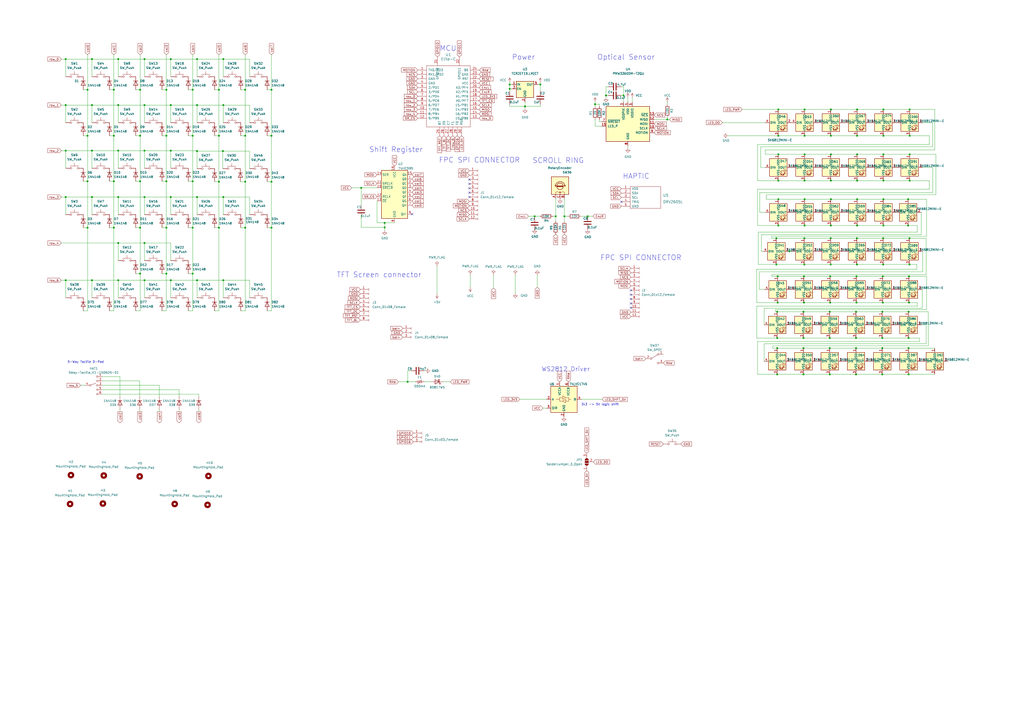
<source format=kicad_sch>
(kicad_sch (version 20211123) (generator eeschema)
  (paper "A2")
  (junction (at 114.3 87.63))
  (junction (at 457.962 145.796))
  (junction (at 450.342 153.416))
  (junction (at 511.81 196.088))
  (junction (at 157.48 105.41))
  (junction (at 497.205 130.81))
  (junction (at 496.824 175.514))
  (junction (at 466.09 196.088))
  (junction (at 512.445 104.775))
  (junction (at 451.485 130.81))
  (junction (at 129.54 34.29))
  (junction (at 451.104 160.274))
  (junction (at 497.078 138.176))
  (junction (at 527.05 180.848))
  (junction (at 53.34 34.29))
  (junction (at 527.685 63.5))
  (junction (at 111.76 105.156))
  (junction (at 129.54 60.96))
  (junction (at 496.57 196.088))
  (junction (at 111.76 158.75))
  (junction (at 53.34 87.376))
  (junction (at 50.8 78.74))
  (junction (at 450.85 217.17))
  (junction (at 512.445 78.74))
  (junction (at 512.445 89.535))
  (junction (at 512.445 63.5))
  (junction (at 142.24 52.07))
  (junction (at 481.584 160.274))
  (junction (at 96.52 158.75))
  (junction (at 68.58 34.29))
  (junction (at 50.8 132.08))
  (junction (at 83.82 162.56))
  (junction (at 466.598 153.416))
  (junction (at 512.318 138.176))
  (junction (at 340.868 125.476))
  (junction (at 527.05 201.93))
  (junction (at 83.82 140.97))
  (junction (at 114.3 114.3))
  (junction (at 481.965 104.775))
  (junction (at 114.3 162.56))
  (junction (at 295.656 51.562))
  (junction (at 497.078 153.416))
  (junction (at 114.3 60.96))
  (junction (at 496.824 160.274))
  (junction (at 450.85 196.088))
  (junction (at 53.34 60.96))
  (junction (at 127 52.07))
  (junction (at 157.48 52.07))
  (junction (at 527.685 104.775))
  (junction (at 466.725 63.5))
  (junction (at 512.318 153.416))
  (junction (at 66.04 78.74))
  (junction (at 223.139 129.286))
  (junction (at 527.05 196.088))
  (junction (at 83.82 87.376))
  (junction (at 38.1 34.29))
  (junction (at 527.558 153.416))
  (junction (at 142.24 105.41))
  (junction (at 209.55 108.966))
  (junction (at 450.85 180.848))
  (junction (at 38.1 60.96))
  (junction (at 66.04 105.156))
  (junction (at 327.406 125.476))
  (junction (at 81.28 52.07))
  (junction (at 496.57 180.848))
  (junction (at 512.064 160.274))
  (junction (at 512.064 175.514))
  (junction (at 527.558 138.176))
  (junction (at 96.52 52.07))
  (junction (at 481.965 63.5))
  (junction (at 127 78.74))
  (junction (at 466.598 138.176))
  (junction (at 111.76 78.74))
  (junction (at 81.28 105.156))
  (junction (at 99.06 60.96))
  (junction (at 497.205 115.57))
  (junction (at 50.8 52.07))
  (junction (at 481.965 115.57))
  (junction (at 451.485 115.57))
  (junction (at 68.58 162.56))
  (junction (at 466.725 130.81))
  (junction (at 481.33 196.088))
  (junction (at 511.81 201.93))
  (junction (at 99.06 114.3))
  (junction (at 38.1 114.3))
  (junction (at 127 132.08))
  (junction (at 512.445 130.81))
  (junction (at 481.33 217.17))
  (junction (at 96.52 78.74))
  (junction (at 142.24 78.74))
  (junction (at 466.725 104.775))
  (junction (at 481.838 153.416))
  (junction (at 68.58 87.376))
  (junction (at 481.584 175.514))
  (junction (at 83.82 34.29))
  (junction (at 387.096 69.342))
  (junction (at 496.57 201.93))
  (junction (at 527.685 78.74))
  (junction (at 512.445 115.57))
  (junction (at 466.725 115.57))
  (junction (at 345.186 60.452))
  (junction (at 157.48 132.08))
  (junction (at 450.85 201.93))
  (junction (at 81.28 158.75))
  (junction (at 157.48 78.74))
  (junction (at 96.52 132.08))
  (junction (at 50.8 105.156))
  (junction (at 466.725 89.535))
  (junction (at 481.33 180.848))
  (junction (at 497.205 78.74))
  (junction (at 236.474 221.488))
  (junction (at 481.965 78.74))
  (junction (at 129.54 114.3))
  (junction (at 114.3 34.29))
  (junction (at 66.04 52.07))
  (junction (at 99.06 34.29))
  (junction (at 38.1 87.376))
  (junction (at 68.58 60.96))
  (junction (at 129.54 162.56))
  (junction (at 527.304 175.514))
  (junction (at 304.546 61.722))
  (junction (at 96.52 105.156))
  (junction (at 511.81 217.17))
  (junction (at 38.1 162.56))
  (junction (at 527.685 89.535))
  (junction (at 81.28 78.74))
  (junction (at 322.326 125.476))
  (junction (at 466.09 201.93))
  (junction (at 66.04 132.08))
  (junction (at 53.34 162.56))
  (junction (at 68.58 140.97))
  (junction (at 99.06 162.56))
  (junction (at 313.436 49.022))
  (junction (at 466.09 217.17))
  (junction (at 451.104 175.514))
  (junction (at 466.09 180.848))
  (junction (at 526.796 115.57))
  (junction (at 451.485 63.5))
  (junction (at 223.139 131.9259))
  (junction (at 526.796 130.81))
  (junction (at 466.725 78.74))
  (junction (at 450.342 138.176))
  (junction (at 481.838 138.176))
  (junction (at 111.76 52.07))
  (junction (at 83.82 60.96))
  (junction (at 81.28 132.08))
  (junction (at 351.536 55.372))
  (junction (at 142.24 132.08))
  (junction (at 83.82 114.3))
  (junction (at 451.485 104.775))
  (junction (at 310.134 125.476))
  (junction (at 497.205 63.5))
  (junction (at 466.344 160.274))
  (junction (at 511.81 180.848))
  (junction (at 527.05 217.17))
  (junction (at 127 105.41))
  (junction (at 111.76 132.08))
  (junction (at 466.344 175.514))
  (junction (at 481.965 89.535))
  (junction (at 451.485 78.74))
  (junction (at 68.58 114.3))
  (junction (at 99.06 87.376))
  (junction (at 481.33 201.93))
  (junction (at 497.205 89.535))
  (junction (at 295.656 49.022))
  (junction (at 527.304 160.274))
  (junction (at 53.34 114.3))
  (junction (at 361.696 55.372))
  (junction (at 481.965 130.81))
  (junction (at 129.286 87.63))
  (junction (at 496.57 217.17))
  (junction (at 497.205 104.775))
  (junction (at 451.485 89.535))
  (no_connect (at 366.014 178.562))
  (no_connect (at 272.288 111.76))
  (no_connect (at 366.014 170.942))
  (no_connect (at 272.288 114.3))
  (no_connect (at 272.288 104.14))
  (no_connect (at 366.014 173.482))
  (no_connect (at 239.014 124.206))
  (no_connect (at 360.426 117.094))
  (no_connect (at 366.014 168.402))
  (no_connect (at 272.288 109.22))
  (no_connect (at 272.288 106.68))
  (no_connect (at 366.014 176.022))
  (wire (pts (xy 527.685 104.775) (xy 539.115 104.775)))
  (wire (pts (xy 440.436 157.734) (xy 440.436 167.894)))
  (wire (pts (xy 526.796 115.57) (xy 537.464 115.57)))
  (wire (pts (xy 512.445 63.5) (xy 527.685 63.5)))
  (wire (pts (xy 142.24 132.08) (xy 142.24 180.34)))
  (wire (pts (xy 466.598 138.176) (xy 481.838 138.176)))
  (wire (pts (xy 387.096 69.342) (xy 388.366 69.342)))
  (wire (pts (xy 92.456 237.49) (xy 92.456 238.76)))
  (wire (pts (xy 203.962 108.966) (xy 209.55 108.966)))
  (wire (pts (xy 81.28 180.34) (xy 78.74 180.34)))
  (wire (pts (xy 111.76 52.07) (xy 111.76 78.74)))
  (wire (pts (xy 50.8 78.74) (xy 48.26 78.74)))
  (wire (pts (xy 144.78 162.56) (xy 144.78 172.72)))
  (wire (pts (xy 351.536 55.372) (xy 351.536 50.292)))
  (wire (pts (xy 53.34 114.3) (xy 68.58 114.3)))
  (wire (pts (xy 466.725 78.74) (xy 481.965 78.74)))
  (wire (pts (xy 387.096 69.342) (xy 387.096 68.072)))
  (wire (pts (xy 209.5764 124.5613) (xy 209.55 126.492)))
  (wire (pts (xy 531.876 156.21) (xy 438.912 156.21)))
  (wire (pts (xy 537.464 179.578) (xy 449.834 179.578)))
  (wire (pts (xy 366.776 56.642) (xy 366.776 59.182)))
  (wire (pts (xy 78.74 158.75) (xy 81.28 158.75)))
  (wire (pts (xy 81.28 78.74) (xy 81.28 105.156)))
  (wire (pts (xy 451.104 160.274) (xy 466.344 160.274)))
  (wire (pts (xy 481.838 153.416) (xy 497.078 153.416)))
  (wire (pts (xy 535.305 97.155) (xy 541.02 97.155)))
  (wire (pts (xy 38.1 60.96) (xy 53.34 60.96)))
  (wire (pts (xy 103.886 226.06) (xy 103.886 229.87)))
  (wire (pts (xy 537.464 115.57) (xy 537.464 137.16)))
  (wire (pts (xy 69.596 237.49) (xy 69.596 238.76)))
  (wire (pts (xy 527.304 175.514) (xy 532.13 175.514)))
  (wire (pts (xy 457.9492 145.7941) (xy 458.978 145.796)))
  (wire (pts (xy 83.82 114.3) (xy 99.06 114.3)))
  (wire (pts (xy 541.02 71.12) (xy 541.02 85.09)))
  (wire (pts (xy 481.965 63.5) (xy 497.205 63.5)))
  (wire (pts (xy 111.76 78.74) (xy 111.76 105.156)))
  (wire (pts (xy 53.34 162.56) (xy 68.58 162.56)))
  (wire (pts (xy 114.3 114.3) (xy 114.3 124.46)))
  (wire (pts (xy 443.23 199.39) (xy 537.21 199.39)))
  (wire (pts (xy 440.69 111.76) (xy 440.69 123.19)))
  (wire (pts (xy 534.924 178.816) (xy 443.23 178.816)))
  (wire (pts (xy 99.06 114.3) (xy 114.3 114.3)))
  (wire (pts (xy 542.29 86.995) (xy 443.865 86.995)))
  (wire (pts (xy 450.85 201.93) (xy 466.09 201.93)))
  (wire (pts (xy 451.485 130.81) (xy 466.725 130.81)))
  (wire (pts (xy 223.139 131.9259) (xy 223.139 133.731)))
  (wire (pts (xy 83.82 60.96) (xy 83.82 71.12)))
  (wire (pts (xy 466.725 115.57) (xy 481.965 115.57)))
  (wire (pts (xy 53.34 124.46) (xy 53.34 114.3)))
  (wire (pts (xy 481.965 130.81) (xy 497.205 130.81)))
  (wire (pts (xy 99.06 87.376) (xy 114.3 87.376)))
  (wire (pts (xy 35.56 34.29) (xy 38.1 34.29)))
  (wire (pts (xy 466.09 196.088) (xy 481.33 196.088)))
  (wire (pts (xy 114.3 87.63) (xy 114.3 97.79)))
  (wire (pts (xy 142.24 78.74) (xy 142.24 105.41)))
  (wire (pts (xy 59.436 220.98) (xy 81.026 220.98)))
  (wire (pts (xy 497.205 63.5) (xy 512.445 63.5)))
  (wire (pts (xy 114.3 34.29) (xy 129.54 34.29)))
  (wire (pts (xy 68.58 34.29) (xy 83.82 34.29)))
  (wire (pts (xy 129.54 60.96) (xy 144.78 60.96)))
  (wire (pts (xy 481.33 196.088) (xy 496.57 196.088)))
  (wire (pts (xy 83.82 87.376) (xy 83.82 97.536)))
  (wire (pts (xy 533.4 198.12) (xy 533.4 196.088)))
  (wire (pts (xy 157.48 78.74) (xy 157.48 105.41)))
  (wire (pts (xy 66.04 105.156) (xy 66.04 132.08)))
  (wire (pts (xy 361.696 50.292) (xy 360.426 50.292)))
  (wire (pts (xy 114.3 87.376) (xy 114.3 87.63)))
  (wire (pts (xy 129.54 162.56) (xy 144.78 162.56)))
  (wire (pts (xy 253.492 154.432) (xy 253.492 170.434)))
  (wire (pts (xy 438.912 196.088) (xy 450.85 196.088)))
  (wire (pts (xy 512.445 104.775) (xy 527.685 104.775)))
  (wire (pts (xy 538.48 200.66) (xy 538.48 180.848)))
  (wire (pts (xy 99.06 140.97) (xy 99.06 151.13)))
  (wire (pts (xy 53.34 87.376) (xy 53.34 97.536)))
  (wire (pts (xy 127 78.74) (xy 124.46 78.74)))
  (wire (pts (xy 527.304 160.274) (xy 537.464 160.274)))
  (wire (pts (xy 272.796 166.624) (xy 272.796 159.512)))
  (wire (pts (xy 337.312 231.648) (xy 349.25 231.648)))
  (wire (pts (xy 439.42 104.775) (xy 451.485 104.775)))
  (wire (pts (xy 38.1 34.29) (xy 53.34 34.29)))
  (wire (pts (xy 447.548 137.16) (xy 447.548 138.176)))
  (wire (pts (xy 49.276 223.52) (xy 46.736 223.52)))
  (wire (pts (xy 209.5764 124.5613) (xy 209.5764 131.9273)))
  (wire (pts (xy 99.06 60.96) (xy 99.06 71.12)))
  (wire (pts (xy 310.134 125.984) (xy 310.134 125.476)))
  (wire (pts (xy 541.02 111.76) (xy 440.69 111.76)))
  (wire (pts (xy 361.696 55.372) (xy 360.426 55.372)))
  (wire (pts (xy 449.834 180.848) (xy 450.85 180.848)))
  (wire (pts (xy 69.596 218.44) (xy 69.596 229.87)))
  (wire (pts (xy 511.81 201.93) (xy 527.05 201.93)))
  (wire (pts (xy 127 78.74) (xy 127 105.41)))
  (wire (pts (xy 364.236 56.642) (xy 364.236 59.182)))
  (wire (pts (xy 301.498 231.648) (xy 316.992 231.648)))
  (wire (pts (xy 298.958 159.512) (xy 298.958 170.18)))
  (wire (pts (xy 114.3 162.56) (xy 129.54 162.56)))
  (wire (pts (xy 83.82 60.96) (xy 99.06 60.96)))
  (wire (pts (xy 111.76 105.156) (xy 111.76 132.08)))
  (wire (pts (xy 142.24 132.08) (xy 139.7 132.08)))
  (wire (pts (xy 223.139 129.286) (xy 223.139 131.9259)))
  (wire (pts (xy 142.24 105.41) (xy 142.24 132.08)))
  (wire (pts (xy 497.205 115.57) (xy 512.445 115.57)))
  (wire (pts (xy 83.82 114.3) (xy 83.82 124.46)))
  (wire (pts (xy 496.57 201.93) (xy 511.81 201.93)))
  (wire (pts (xy 422.402 78.74) (xy 451.485 78.74)))
  (wire (pts (xy 481.584 175.514) (xy 496.824 175.514)))
  (wire (pts (xy 257.429 221.488) (xy 261.239 221.488)))
  (wire (pts (xy 481.838 138.176) (xy 497.078 138.176)))
  (wire (pts (xy 78.74 132.08) (xy 81.28 132.08)))
  (wire (pts (xy 245.999 215.138) (xy 246.634 215.138)))
  (wire (pts (xy 532.13 177.546) (xy 438.912 177.546)))
  (wire (pts (xy 443.23 178.816) (xy 443.23 188.468)))
  (wire (pts (xy 379.476 69.342) (xy 387.096 69.342)))
  (wire (pts (xy 157.48 78.74) (xy 154.94 78.74)))
  (wire (pts (xy 466.344 175.514) (xy 481.584 175.514)))
  (wire (pts (xy 286.258 159.512) (xy 286.258 167.132)))
  (wire (pts (xy 157.48 180.34) (xy 154.94 180.34)))
  (wire (pts (xy 466.09 217.17) (xy 481.33 217.17)))
  (wire (pts (xy 38.1 34.29) (xy 38.1 44.45)))
  (wire (pts (xy 35.56 162.56) (xy 38.1 162.56)))
  (wire (pts (xy 68.58 114.3) (xy 83.82 114.3)))
  (wire (pts (xy 127 78.74) (xy 127 52.07)))
  (wire (pts (xy 443.865 86.995) (xy 443.865 89.535)))
  (wire (pts (xy 511.81 217.17) (xy 527.05 217.17)))
  (wire (pts (xy 96.52 78.74) (xy 93.98 78.74)))
  (wire (pts (xy 311.658 166.624) (xy 311.658 159.512)))
  (wire (pts (xy 541.02 97.155) (xy 541.02 111.76)))
  (wire (pts (xy 419.1 71.12) (xy 443.865 71.12)))
  (wire (pts (xy 144.78 87.63) (xy 144.78 97.79)))
  (wire (pts (xy 451.104 175.514) (xy 466.344 175.514)))
  (wire (pts (xy 236.474 215.138) (xy 238.379 215.138)))
  (wire (pts (xy 66.04 52.07) (xy 66.04 78.74)))
  (wire (pts (xy 450.85 217.17) (xy 466.09 217.17)))
  (wire (pts (xy 512.064 160.274) (xy 527.304 160.274)))
  (wire (pts (xy 497.205 104.775) (xy 512.445 104.775)))
  (wire (pts (xy 53.34 162.56) (xy 53.34 172.72)))
  (wire (pts (xy 512.445 78.74) (xy 527.685 78.74)))
  (wire (pts (xy 347.726 60.452) (xy 345.186 60.452)))
  (wire (pts (xy 481.965 115.57) (xy 497.205 115.57)))
  (wire (pts (xy 534.416 123.19) (xy 534.416 136.144)))
  (wire (pts (xy 361.696 55.372) (xy 361.696 50.292)))
  (wire (pts (xy 534.924 167.894) (xy 534.924 178.816)))
  (wire (pts (xy 496.824 160.274) (xy 512.064 160.274)))
  (wire (pts (xy 481.584 160.274) (xy 496.824 160.274)))
  (wire (pts (xy 218.694 116.586) (xy 218.694 129.286)))
  (wire (pts (xy 236.474 215.138) (xy 236.474 221.488)))
  (wire (pts (xy 441.7188 136.1459) (xy 534.416 136.144)))
  (wire (pts (xy 111.76 180.34) (xy 109.22 180.34)))
  (wire (pts (xy 277.876 40.64) (xy 278.13 40.64)))
  (wire (pts (xy 81.28 31.75) (xy 81.28 52.07)))
  (wire (pts (xy 78.74 105.156) (xy 81.28 105.156)))
  (wire (pts (xy 340.868 125.476) (xy 343.916 125.476)))
  (wire (pts (xy 531.876 153.416) (xy 531.876 156.21)))
  (wire (pts (xy 539.115 104.775) (xy 539.115 109.855)))
  (wire (pts (xy 497.205 89.535) (xy 512.445 89.535)))
  (wire (pts (xy 38.1 114.3) (xy 53.34 114.3)))
  (wire (pts (xy 127 52.07) (xy 124.46 52.07)))
  (wire (pts (xy 526.796 130.81) (xy 532.13 130.81)))
  (wire (pts (xy 129.54 114.3) (xy 144.78 114.3)))
  (wire (pts (xy 447.548 138.176) (xy 450.342 138.176)))
  (wire (pts (xy 114.3 34.29) (xy 114.3 44.45)))
  (wire (pts (xy 66.04 31.75) (xy 66.04 52.07)))
  (wire (pts (xy 527.05 217.17) (xy 542.29 217.17)))
  (wire (pts (xy 535.305 71.12) (xy 541.02 71.12)))
  (wire (pts (xy 449.834 179.578) (xy 449.834 180.848)))
  (wire (pts (xy 144.78 60.96) (xy 144.78 71.12)))
  (wire (pts (xy 527.558 138.176) (xy 537.21 138.176)))
  (wire (pts (xy 511.81 196.088) (xy 527.05 196.088)))
  (wire (pts (xy 481.33 180.848) (xy 496.57 180.848)))
  (wire (pts (xy 439.42 198.12) (xy 533.4 198.12)))
  (wire (pts (xy 228.854 129.286) (xy 223.139 129.286)))
  (wire (pts (xy 129.54 34.29) (xy 144.78 34.29)))
  (wire (pts (xy 295.656 61.722) (xy 304.546 61.722)))
  (wire (pts (xy 527.05 201.93) (xy 542.29 201.93)))
  (wire (pts (xy 497.205 78.74) (xy 512.445 78.74)))
  (wire (pts (xy 451.485 63.5) (xy 466.725 63.5)))
  (wire (pts (xy 109.22 132.08) (xy 111.76 132.08)))
  (wire (pts (xy 430.53 63.5) (xy 451.485 63.5)))
  (wire (pts (xy 68.58 140.97) (xy 83.82 140.97)))
  (wire (pts (xy 441.325 85.09) (xy 441.325 97.155)))
  (wire (pts (xy 512.445 115.57) (xy 526.796 115.57)))
  (wire (pts (xy 129.54 60.96) (xy 129.54 71.12)))
  (wire (pts (xy 439.42 217.17) (xy 439.42 198.12)))
  (wire (pts (xy 512.318 153.416) (xy 527.558 153.416)))
  (wire (pts (xy 83.82 151.13) (xy 83.82 140.97)))
  (wire (pts (xy 157.48 31.75) (xy 157.48 52.07)))
  (wire (pts (xy 99.06 114.3) (xy 99.06 124.46)))
  (wire (pts (xy 313.436 61.722) (xy 304.546 61.722)))
  (wire (pts (xy 142.24 180.34) (xy 139.7 180.34)))
  (wire (pts (xy 53.34 87.376) (xy 68.58 87.376)))
  (wire (pts (xy 361.696 55.372) (xy 361.696 59.182)))
  (wire (pts (xy 96.52 158.75) (xy 96.52 180.34)))
  (wire (pts (xy 450.85 180.848) (xy 466.09 180.848)))
  (wire (pts (xy 438.912 156.21) (xy 438.912 175.514)))
  (wire (pts (xy 48.26 105.156) (xy 50.8 105.156)))
  (wire (pts (xy 444.5 113.03) (xy 444.5 115.57)))
  (wire (pts (xy 441.325 97.155) (xy 443.865 97.155)))
  (wire (pts (xy 59.436 228.6) (xy 115.316 228.6)))
  (wire (pts (xy 439.42 217.17) (xy 450.85 217.17)))
  (wire (pts (xy 124.46 132.08) (xy 127 132.08)))
  (wire (pts (xy 129.286 87.63) (xy 144.78 87.63)))
  (wire (pts (xy 327.406 125.476) (xy 329.438 125.476)))
  (wire (pts (xy 81.28 180.34) (xy 81.28 158.75)))
  (wire (pts (xy 66.04 180.34) (xy 63.5 180.34)))
  (wire (pts (xy 142.24 78.74) (xy 139.7 78.74)))
  (wire (pts (xy 537.21 188.468) (xy 534.67 188.468)))
  (wire (pts (xy 313.436 47.752) (xy 313.436 49.022)))
  (wire (pts (xy 537.21 138.176) (xy 537.21 159.258)))
  (wire (pts (xy 466.725 104.775) (xy 481.965 104.775)))
  (wire (pts (xy 441.7188 136.1459) (xy 441.706 145.796)))
  (wire (pts (xy 38.1 162.56) (xy 53.34 162.56)))
  (wire (pts (xy 351.536 56.642) (xy 351.536 55.372)))
  (wire (pts (xy 527.685 78.74) (xy 539.115 78.74)))
  (wire (pts (xy 439.928 153.416) (xy 450.342 153.416)))
  (wire (pts (xy 345.186 59.182) (xy 345.186 60.452)))
  (wire (pts (xy 38.1 172.72) (xy 38.1 162.56)))
  (wire (pts (xy 96.52 105.156) (xy 93.98 105.156)))
  (wire (pts (xy 466.725 63.5) (xy 481.965 63.5)))
  (wire (pts (xy 466.598 153.416) (xy 481.838 153.416)))
  (wire (pts (xy 59.436 223.52) (xy 92.456 223.52)))
  (wire (pts (xy 157.48 105.41) (xy 157.48 132.08)))
  (wire (pts (xy 512.445 89.535) (xy 527.685 89.535)))
  (wire (pts (xy 66.04 132.08) (xy 66.04 180.34)))
  (wire (pts (xy 68.58 87.376) (xy 68.58 97.536)))
  (wire (pts (xy 83.82 34.29) (xy 99.06 34.29)))
  (wire (pts (xy 129.286 87.63) (xy 129.286 97.79)))
  (wire (pts (xy 466.725 130.81) (xy 481.965 130.81)))
  (wire (pts (xy 295.656 51.562) (xy 295.656 49.022)))
  (wire (pts (xy 304.546 61.722) (xy 304.546 62.992)))
  (wire (pts (xy 114.3 60.96) (xy 114.3 71.12)))
  (wire (pts (xy 81.28 132.08) (xy 81.28 158.75)))
  (wire (pts (xy 327.406 128.27) (xy 327.406 125.476)))
  (wire (pts (xy 439.928 134.62) (xy 439.928 153.416)))
  (wire (pts (xy 109.22 52.07) (xy 111.76 52.07)))
  (wire (pts (xy 66.04 78.74) (xy 63.5 78.74)))
  (wire (pts (xy 539.115 78.74) (xy 539.115 83.82)))
  (wire (pts (xy 466.09 201.93) (xy 481.33 201.93)))
  (wire (pts (xy 114.3 87.63) (xy 129.286 87.63)))
  (wire (pts (xy 157.48 132.08) (xy 154.94 132.08)))
  (wire (pts (xy 541.02 85.09) (xy 441.325 85.09)))
  (wire (pts (xy 519.176 123.19) (xy 520.065 123.19)))
  (wire (pts (xy 387.096 59.182) (xy 387.096 60.452)))
  (wire (pts (xy 83.82 87.376) (xy 99.06 87.376)))
  (wire (pts (xy 66.04 78.74) (xy 66.04 105.156)))
  (wire (pts (xy 447.802 160.274) (xy 451.104 160.274)))
  (wire (pts (xy 114.3 114.3) (xy 129.54 114.3)))
  (wire (pts (xy 127 105.41) (xy 124.46 105.41)))
  (wire (pts (xy 142.24 52.07) (xy 142.24 78.74)))
  (wire (pts (xy 537.21 199.39) (xy 537.21 188.468)))
  (wire (pts (xy 50.8 78.74) (xy 50.8 52.07)))
  (wire (pts (xy 157.48 105.41) (xy 154.94 105.41)))
  (wire (pts (xy 99.06 34.29) (xy 99.06 44.45)))
  (wire (pts (xy 114.3 60.96) (xy 129.54 60.96)))
  (wire (pts (xy 448.31 201.93) (xy 448.31 200.66)))
  (wire (pts (xy 96.52 52.07) (xy 93.98 52.07)))
  (wire (pts (xy 542.925 113.03) (xy 444.5 113.03)))
  (wire (pts (xy 481.33 201.93) (xy 496.57 201.93)))
  (wire (pts (xy 538.48 180.848) (xy 527.05 180.848)))
  (wire (pts (xy 96.52 78.74) (xy 96.52 105.156)))
  (wire (pts (xy 347.726 61.722) (xy 347.726 60.452)))
  (wire (pts (xy 448.31 201.93) (xy 450.85 201.93)))
  (wire (pts (xy 115.316 228.6) (xy 115.316 229.87)))
  (wire (pts (xy 466.09 180.848) (xy 481.33 180.848)))
  (wire (pts (xy 497.205 130.81) (xy 512.445 130.81)))
  (wire (pts (xy 535.178 157.734) (xy 440.436 157.734)))
  (wire (pts (xy 81.026 237.49) (xy 81.026 238.76)))
  (wire (pts (xy 99.06 60.96) (xy 114.3 60.96)))
  (wire (pts (xy 81.28 52.07) (xy 78.74 52.07)))
  (wire (pts (xy 38.1 114.3) (xy 38.1 124.46)))
  (wire (pts (xy 532.13 130.81) (xy 532.13 134.62)))
  (wire (pts (xy 511.81 180.848) (xy 527.05 180.848)))
  (wire (pts (xy 38.1 71.12) (xy 38.1 60.96)))
  (wire (pts (xy 348.996 70.612) (xy 347.726 70.612)))
  (wire (pts (xy 481.965 78.74) (xy 497.205 78.74)))
  (wire (pts (xy 48.26 132.08) (xy 50.8 132.08)))
  (wire (pts (xy 68.58 162.56) (xy 68.58 172.72)))
  (wire (pts (xy 481.965 104.775) (xy 497.205 104.775)))
  (wire (pts (xy 93.98 132.08) (xy 96.52 132.08)))
  (wire (pts (xy 295.656 49.022) (xy 296.926 49.022)))
  (wire (pts (xy 127 31.75) (xy 127 52.07)))
  (wire (pts (xy 111.76 158.75) (xy 111.76 180.34)))
  (wire (pts (xy 352.806 50.292) (xy 351.536 50.292)))
  (wire (pts (xy 451.485 115.57) (xy 466.725 115.57)))
  (wire (pts (xy 527.685 89.535) (xy 542.925 89.535)))
  (wire (pts (xy 103.886 237.49) (xy 103.886 238.76)))
  (wire (pts (xy 144.78 114.3) (xy 144.78 124.46)))
  (wire (pts (xy 66.04 105.156) (xy 63.5 105.156)))
  (wire (pts (xy 157.48 52.07) (xy 157.48 78.74)))
  (wire (pts (xy 129.54 34.29) (xy 129.54 44.45)))
  (wire (pts (xy 537.21 159.258) (xy 447.802 159.258)))
  (wire (pts (xy 496.57 180.848) (xy 511.81 180.848)))
  (wire (pts (xy 83.82 140.97) (xy 99.06 140.97)))
  (wire (pts (xy 59.436 218.44) (xy 69.596 218.44)))
  (wire (pts (xy 327.406 125.476) (xy 327.406 115.316)))
  (wire (pts (xy 111.76 31.75) (xy 111.76 52.07)))
  (wire (pts (xy 96.52 132.08) (xy 96.52 158.75)))
  (wire (pts (xy 438.912 175.514) (xy 451.104 175.514)))
  (wire (pts (xy 231.14 221.488) (xy 236.474 221.488)))
  (wire (pts (xy 154.94 52.07) (xy 157.48 52.07)))
  (wire (pts (xy 68.58 114.3) (xy 68.58 124.46)))
  (wire (pts (xy 542.925 89.535) (xy 542.925 113.03)))
  (wire (pts (xy 218.694 129.286) (xy 223.139 129.286)))
  (wire (pts (xy 209.55 118.872) (xy 209.55 108.966)))
  (wire (pts (xy 68.58 60.96) (xy 83.82 60.96)))
  (wire (pts (xy 99.06 87.376) (xy 99.06 97.536)))
  (wire (pts (xy 68.58 60.96) (xy 68.58 71.12)))
  (wire (pts (xy 466.725 89.535) (xy 481.965 89.535)))
  (wire (pts (xy 443.865 89.535) (xy 451.485 89.535)))
  (wire (pts (xy 481.33 217.17) (xy 496.57 217.17)))
  (wire (pts (xy 50.8 180.34) (xy 48.26 180.34)))
  (wire (pts (xy 127 180.34) (xy 124.46 180.34)))
  (wire (pts (xy 314.96 236.728) (xy 316.992 236.728)))
  (wire (pts (xy 127 105.41) (xy 127 132.08)))
  (wire (pts (xy 99.06 34.29) (xy 114.3 34.29)))
  (wire (pts (xy 439.42 83.82) (xy 439.42 104.775)))
  (wire (pts (xy 139.7 52.07) (xy 142.24 52.07)))
  (wire (pts (xy 50.8 31.75) (xy 50.8 52.07)))
  (wire (pts (xy 532.13 134.62) (xy 439.928 134.62)))
  (wire (pts (xy 96.52 31.75) (xy 96.52 52.07)))
  (wire (pts (xy 96.52 180.34) (xy 93.98 180.34)))
  (wire (pts (xy 99.06 162.56) (xy 99.06 172.72)))
  (wire (pts (xy 320.802 125.476) (xy 322.326 125.476)))
  (wire (pts (xy 313.436 49.022) (xy 313.436 52.832)))
  (wire (pts (xy 440.69 123.19) (xy 443.865 123.19)))
  (wire (pts (xy 481.965 89.535) (xy 497.205 89.535)))
  (wire (pts (xy 450.85 196.088) (xy 466.09 196.088)))
  (wire (pts (xy 59.436 226.06) (xy 103.886 226.06)))
  (wire (pts (xy 337.058 125.476) (xy 340.868 125.476)))
  (wire (pts (xy 466.344 160.274) (xy 481.584 160.274)))
  (wire (pts (xy 35.56 60.96) (xy 38.1 60.96)))
  (wire (pts (xy 542.29 63.5) (xy 542.29 86.995)))
  (wire (pts (xy 537.464 137.16) (xy 447.548 137.16)))
  (wire (pts (xy 209.55 108.966) (xy 218.694 108.966)))
  (wire (pts (xy 81.026 220.98) (xy 81.026 229.87)))
  (wire (pts (xy 527.685 63.5) (xy 542.29 63.5)))
  (wire (pts (xy 38.1 87.376) (xy 53.34 87.376)))
  (wire (pts (xy 83.82 162.56) (xy 83.82 172.72)))
  (wire (pts (xy 111.76 78.74) (xy 109.22 78.74)))
  (wire (pts (xy 439.42 130.81) (xy 451.485 130.81)))
  (wire (pts (xy 496.57 217.17) (xy 511.81 217.17)))
  (wire (pts (xy 496.824 175.514) (xy 512.064 175.514)))
  (wire (pts (xy 81.28 78.74) (xy 78.74 78.74)))
  (wire (pts (xy 313.436 60.452) (xy 313.436 61.722)))
  (wire (pts (xy 129.54 162.56) (xy 129.54 172.72)))
  (wire (pts (xy 93.98 158.75) (xy 96.52 158.75)))
  (wire (pts (xy 450.342 153.416) (xy 466.598 153.416)))
  (wire (pts (xy 96.52 78.74) (xy 96.52 52.07)))
  (wire (pts (xy 111.76 105.156) (xy 109.22 105.156)))
  (wire (pts (xy 68.58 162.56) (xy 83.82 162.56)))
  (wire (pts (xy 245.999 221.488) (xy 249.809 221.488)))
  (wire (pts (xy 96.52 105.156) (xy 96.52 132.08)))
  (wire (pts (xy 38.1 87.376) (xy 38.1 97.536)))
  (wire (pts (xy 295.656 52.832) (xy 295.656 51.562)))
  (wire (pts (xy 144.78 34.29) (xy 144.78 44.45)))
  (wire (pts (xy 312.166 49.022) (xy 313.436 49.022)))
  (wire (pts (xy 50.8 78.74) (xy 50.8 105.156)))
  (wire (pts (xy 53.34 34.29) (xy 68.58 34.29)))
  (wire (pts (xy 512.445 130.81) (xy 526.796 130.81)))
  (wire (pts (xy 535.178 145.796) (xy 535.178 157.734)))
  (wire (pts (xy 68.58 140.97) (xy 68.58 151.13)))
  (wire (pts (xy 450.342 138.176) (xy 466.598 138.176)))
  (wire (pts (xy 447.802 159.258) (xy 447.802 160.274)))
  (wire (pts (xy 539.115 109.855) (xy 439.42 109.855)))
  (wire (pts (xy 53.34 60.96) (xy 68.58 60.96)))
  (wire (pts (xy 322.326 125.476) (xy 322.326 115.316)))
  (wire (pts (xy 532.13 175.514) (xy 532.13 177.546)))
  (wire (pts (xy 443.23 209.55) (xy 443.23 199.39)))
  (wire (pts (xy 63.5 52.07) (xy 66.04 52.07)))
  (wire (pts (xy 345.186 73.152) (xy 345.186 69.342)))
  (wire (pts (xy 53.34 34.29) (xy 53.34 44.45)))
  (wire (pts (xy 83.82 34.29) (xy 83.82 44.45)))
  (wire (pts (xy 451.485 104.775) (xy 466.725 104.775)))
  (wire (pts (xy 345.186 60.452) (xy 345.186 61.722)))
  (wire (pts (xy 35.56 87.376) (xy 38.1 87.376)))
  (wire (pts (xy 142.24 31.75) (xy 142.24 52.07)))
  (wire (pts (xy 68.58 34.29) (xy 68.58 44.45)))
  (wire (pts (xy 347.726 70.612) (xy 347.726 69.342)))
  (wire (pts (xy 310.134 133.604) (xy 310.134 132.842)))
  (wire (pts (xy 81.28 78.74) (xy 81.28 52.07)))
  (wire (pts (xy 310.134 125.476) (xy 313.182 125.476)))
  (wire (pts (xy 68.58 87.376) (xy 83.82 87.376)))
  (wire (pts (xy 438.912 177.546) (xy 438.912 196.088)))
  (wire (pts (xy 35.56 140.97) (xy 68.58 140.97)))
  (wire (pts (xy 537.464 160.274) (xy 537.464 179.578)))
  (wire (pts (xy 81.28 105.156) (xy 81.28 132.08)))
  (wire (pts (xy 306.578 125.476) (xy 310.134 125.476)))
  (wire (pts (xy 50.8 132.08) (xy 50.8 180.34)))
  (wire (pts (xy 129.54 114.3) (xy 129.54 124.46)))
  (wire (pts (xy 92.456 223.52) (xy 92.456 229.87)))
  (wire (pts (xy 53.34 60.96) (xy 53.34 71.12)))
  (wire (pts (xy 497.078 153.416) (xy 512.318 153.416)))
  (wire (pts (xy 451.485 89.535) (xy 466.725 89.535)))
  (wire (pts (xy 440.436 167.894) (xy 443.484 167.894)))
  (wire (pts (xy 539.115 83.82) (xy 439.42 83.82)))
  (wire (pts (xy 114.3 162.56) (xy 114.3 172.72)))
  (wire (pts (xy 364.236 85.852) (xy 364.236 84.582)))
  (wire (pts (xy 527.558 153.416) (xy 531.876 153.416)))
  (wire (pts (xy 111.76 132.08) (xy 111.76 158.75)))
  (wire (pts (xy 50.8 105.156) (xy 50.8 132.08)))
  (wire (pts (xy 63.5 132.08) (xy 66.04 132.08)))
  (wire (pts (xy 496.57 196.088) (xy 511.81 196.088)))
  (wire (pts (xy 142.24 105.41) (xy 139.446 105.41)))
  (wire (pts (xy 439.42 109.855) (xy 439.42 130.81)))
  (wire (pts (xy 448.31 200.66) (xy 538.48 200.66)))
  (wire (pts (xy 127 132.08) (xy 127 180.34)))
  (wire (pts (xy 345.186 73.152) (xy 348.996 73.152)))
  (wire (pts (xy 209.5764 131.9273) (xy 223.139 131.9259)))
  (wire (pts (xy 83.82 162.56) (xy 99.06 162.56)))
  (wire (pts (xy 512.064 175.514) (xy 527.304 175.514)))
  (wire (pts (xy 236.474 221.488) (xy 240.919 221.488)))
  (wire (pts (xy 35.56 114.3) (xy 38.1 114.3)))
  (wire (pts (xy 99.06 162.56) (xy 114.3 162.56)))
  (wire (pts (xy 304.546 59.182) (xy 304.546 61.722)))
  (wire (pts (xy 533.4 196.088) (xy 527.05 196.088)))
  (wire (pts (xy 451.485 78.74) (xy 466.725 78.74)))
  (wire (pts (xy 157.48 132.08) (xy 157.48 180.34)))
  (wire (pts (xy 444.5 115.57) (xy 451.485 115.57)))
  (wire (pts (xy 295.656 60.452) (xy 295.656 61.722)))
  (wire (pts (xy 115.316 237.49) (xy 115.316 238.76)))
  (wire (pts (xy 295.656 47.752) (xy 295.656 49.022)))
  (wire (pts (xy 512.318 138.176) (xy 527.558 138.176)))
  (wire (pts (xy 296.926 51.562) (xy 295.656 51.562)))
  (wire (pts (xy 497.078 138.176) (xy 512.318 138.176)))
  (wire (pts (xy 109.22 158.75) (xy 111.76 158.75)))
  (wire (pts (xy 352.806 55.372) (xy 351.536 55.372)))
  (wire (pts (xy 322.326 128.27) (xy 322.326 125.476)))
  (wire (pts (xy 441.706 145.796) (xy 442.722 145.796)))
  (wire (pts (xy 50.8 52.07) (xy 48.26 52.07)))
  (text "WS2812 Driver" (at 314.071 215.773 0) (effects (font (size 2.54 2.54)) (justify left bottom)))
  (text "MCU" (at 255.016 29.972 0) (effects (font (size 2.9972 2.9972)) (justify left bottom)))
  (text "Power" (at 296.926 35.052 0) (effects (font (size 2.9972 2.9972)) (justify left bottom)))
  (text "HAPTIC" (at 361.188 104.14 0) (effects (font (size 2.9972 2.9972)) (justify left bottom)))
  (text "FPC SPI CONNECTOR\n" (at 348.234 151.384 0) (effects (font (size 2.9972 2.9972)) (justify left bottom)))
  (text "Shift Register\n" (at 214.122 88.646 0) (effects (font (size 2.9972 2.9972)) (justify left bottom)))
  (text "Optical Sensor" (at 346.456 35.052 0) (effects (font (size 2.9972 2.9972)) (justify left bottom)))
  (text "FPC SPI CONNECTOR\n" (at 254.508 94.742 0) (effects (font (size 2.9972 2.9972)) (justify left bottom)))
  (text "3v3 -> 5V logic shift" (at 337.185 235.458 0) (effects (font (size 1.27 1.27)) (justify left bottom)))
  (text "SCROLL RING" (at 308.864 94.996 0) (effects (font (size 2.9972 2.9972)) (justify left bottom)))
  (text "5-Way Tactile D-Pad" (at 39.116 210.82 0) (effects (font (size 1.27 1.27)) (justify left bottom)))
  (text "TFT Screen connector" (at 195.326 161.29 0) (effects (font (size 2.9972 2.9972)) (justify left bottom)))
  (global_label "TFT_RST" (shape input) (at 255.016 78.74 270) (property "Intersheet References" "${INTERSHEET_REFS}" (effects hide)))
  (global_label "LED_DO" (shape input) (at 419.1 71.12 180) (property "Intersheet References" "${INTERSHEET_REFS}" (effects hide)))
  (global_label "row_1" (shape input) (at 242.316 58.42 180) (property "Intersheet References" "${INTERSHEET_REFS}" (effects hide)))
  (global_label "VCC" (shape input) (at 324.612 221.488 90) (property "Intersheet References" "${INTERSHEET_REFS}" (effects hide)))
  (global_label "NCS" (shape input) (at 242.316 43.18 180) (property "Intersheet References" "${INTERSHEET_REFS}" (effects hide)))
  (global_label "NCS" (shape input) (at 379.476 66.802 0) (property "Intersheet References" "${INTERSHEET_REFS}" (effects hide)))
  (global_label "col6" (shape output) (at 115.316 238.76 270) (property "Intersheet References" "${INTERSHEET_REFS}" (effects hide)))
  (global_label "NCS" (shape input) (at 366.014 160.782 180) (property "Intersheet References" "${INTERSHEET_REFS}" (effects hide)))
  (global_label "TFT_DC" (shape input) (at 209.042 180.594 180) (property "Intersheet References" "${INTERSHEET_REFS}" (effects hide)))
  (global_label "MISO" (shape input) (at 388.366 69.342 0) (property "Intersheet References" "${INTERSHEET_REFS}" (effects hide)))
  (global_label "LED_DO" (shape input) (at 344.17 267.97 0) (property "Intersheet References" "${INTERSHEET_REFS}" (effects hide)))
  (global_label "col1" (shape input) (at 66.04 31.75 90) (property "Intersheet References" "${INTERSHEET_REFS}" (effects hide)))
  (global_label "GND" (shape input) (at 242.316 45.72 180) (property "Intersheet References" "${INTERSHEET_REFS}" (effects hide)))
  (global_label "MOTION" (shape input) (at 379.476 76.962 0) (property "Intersheet References" "${INTERSHEET_REFS}" (effects hide)))
  (global_label "col5" (shape input) (at 239.014 106.426 0) (property "Intersheet References" "${INTERSHEET_REFS}" (effects hide)))
  (global_label "VCC" (shape input) (at 322.326 135.89 270) (property "Intersheet References" "${INTERSHEET_REFS}" (effects hide)))
  (global_label "col2" (shape input) (at 239.014 114.046 0) (property "Intersheet References" "${INTERSHEET_REFS}" (effects hide)))
  (global_label "TFT_BL" (shape input) (at 209.042 185.674 180) (property "Intersheet References" "${INTERSHEET_REFS}" (effects hide)))
  (global_label "row_3" (shape input) (at 242.316 63.5 180) (property "Intersheet References" "${INTERSHEET_REFS}" (effects hide)))
  (global_label "MOSI" (shape input) (at 209.042 172.974 180) (property "Intersheet References" "${INTERSHEET_REFS}" (effects hide)))
  (global_label "RESET" (shape input) (at 384.81 257.556 180) (property "Intersheet References" "${INTERSHEET_REFS}" (effects hide)))
  (global_label "SCL" (shape input) (at 360.426 114.554 180) (property "Intersheet References" "${INTERSHEET_REFS}" (effects hide)))
  (global_label "row_0" (shape input) (at 35.56 34.29 180) (property "Intersheet References" "${INTERSHEET_REFS}" (effects hide)))
  (global_label "RAW" (shape input) (at 384.81 210.566 0) (property "Intersheet References" "${INTERSHEET_REFS}" (effects hide)))
  (global_label "VCC" (shape input) (at 327.406 135.89 270) (property "Intersheet References" "${INTERSHEET_REFS}" (effects hide)))
  (global_label "GPIO16" (shape input) (at 239.776 256.286 180) (property "Intersheet References" "${INTERSHEET_REFS}" (effects hide)))
  (global_label "GPIO11" (shape input) (at 266.446 33.02 90) (property "Intersheet References" "${INTERSHEET_REFS}" (effects hide)))
  (global_label "row_4" (shape input) (at 242.316 66.04 180) (property "Intersheet References" "${INTERSHEET_REFS}" (effects hide)))
  (global_label "row_1" (shape input) (at 35.56 60.96 180) (property "Intersheet References" "${INTERSHEET_REFS}" (effects hide)))
  (global_label "row_3" (shape input) (at 35.56 114.3 180) (property "Intersheet References" "${INTERSHEET_REFS}" (effects hide)))
  (global_label "col1" (shape input) (at 239.014 116.586 0) (property "Intersheet References" "${INTERSHEET_REFS}" (effects hide)))
  (global_label "VCC" (shape input) (at 209.042 167.894 180) (property "Intersheet References" "${INTERSHEET_REFS}" (effects hide)))
  (global_label "bat+" (shape input) (at 374.65 208.026 180) (property "Intersheet References" "${INTERSHEET_REFS}" (effects hide)))
  (global_label "row_5" (shape input) (at 46.736 223.52 180) (property "Intersheet References" "${INTERSHEET_REFS}" (effects hide)))
  (global_label "EncR" (shape input) (at 343.916 125.476 0) (property "Intersheet References" "${INTERSHEET_REFS}" (effects hide)))
  (global_label "MOTION" (shape input) (at 272.288 119.38 180) (property "Intersheet References" "${INTERSHEET_REFS}" (effects hide)))
  (global_label "GPIO10" (shape input) (at 239.776 251.206 180) (property "Intersheet References" "${INTERSHEET_REFS}" (effects hide)))
  (global_label "SDA" (shape input) (at 242.316 50.8 180) (property "Intersheet References" "${INTERSHEET_REFS}" (effects hide)))
  (global_label "col0" (shape input) (at 50.8 31.75 90) (property "Intersheet References" "${INTERSHEET_REFS}" (effects hide)))
  (global_label "RAW" (shape input) (at 231.14 221.488 180) (property "Intersheet References" "${INTERSHEET_REFS}" (effects hide)))
  (global_label "GND" (shape input) (at 366.014 181.102 180) (property "Intersheet References" "${INTERSHEET_REFS}" (effects hide)))
  (global_label "MOSI" (shape input) (at 272.288 116.84 180) (property "Intersheet References" "${INTERSHEET_REFS}" (effects hide)))
  (global_label "RAW" (shape input) (at 278.13 40.64 0) (property "Intersheet References" "${INTERSHEET_REFS}" (effects hide)))
  (global_label "MOSI" (shape input) (at 379.476 71.882 0) (property "Intersheet References" "${INTERSHEET_REFS}" (effects hide)))
  (global_label "TFT_CS" (shape input) (at 277.876 58.42 0) (property "Intersheet References" "${INTERSHEET_REFS}" (effects hide)))
  (global_label "SCLK" (shape input) (at 218.694 106.426 180) (property "Intersheet References" "${INTERSHEET_REFS}" (effects hide)))
  (global_label "RESET" (shape input) (at 277.876 45.72 0) (property "Intersheet References" "${INTERSHEET_REFS}" (effects hide)))
  (global_label "GND" (shape input) (at 311.658 166.624 270) (property "Intersheet References" "${INTERSHEET_REFS}" (effects hide)))
  (global_label "GND" (shape input) (at 233.68 193.04 180) (property "Intersheet References" "${INTERSHEET_REFS}" (effects hide)))
  (global_label "VCC" (shape input) (at 360.426 109.474 180) (property "Intersheet References" "${INTERSHEET_REFS}" (effects hide)))
  (global_label "SCLK" (shape input) (at 209.042 175.514 180) (property "Intersheet References" "${INTERSHEET_REFS}" (effects hide)))
  (global_label "MOTION" (shape input) (at 366.014 163.322 180) (property "Intersheet References" "${INTERSHEET_REFS}" (effects hide)))
  (global_label "MISO" (shape input) (at 366.014 158.242 180) (property "Intersheet References" "${INTERSHEET_REFS}" (effects hide)))
  (global_label "SCLK" (shape input) (at 272.288 127 180) (property "Intersheet References" "${INTERSHEET_REFS}" (effects hide)))
  (global_label "col6" (shape input) (at 239.014 103.886 0) (property "Intersheet References" "${INTERSHEET_REFS}" (effects hide)))
  (global_label "col4" (shape output) (at 92.456 238.76 270) (property "Intersheet References" "${INTERSHEET_REFS}" (effects hide)))
  (global_label "SDA" (shape input) (at 360.426 112.014 180) (property "Intersheet References" "${INTERSHEET_REFS}" (effects hide)))
  (global_label "RAW" (shape input) (at 329.692 221.488 90) (property "Intersheet References" "${INTERSHEET_REFS}" (effects hide)))
  (global_label "row_4" (shape input) (at 35.56 140.97 180) (property "Intersheet References" "${INTERSHEET_REFS}" (effects hide)))
  (global_label "col4" (shape input) (at 111.76 31.75 90) (property "Intersheet References" "${INTERSHEET_REFS}" (effects hide)))
  (global_label "GND" (shape input) (at 272.288 101.6 180) (property "Intersheet References" "${INTERSHEET_REFS}" (effects hide)))
  (global_label "LED_SHFT_5V" (shape input) (at 340.36 262.89 90) (property "Intersheet References" "${INTERSHEET_REFS}" (effects hide)))
  (global_label "TFT_DC" (shape input) (at 260.096 78.74 270) (property "Intersheet References" "${INTERSHEET_REFS}" (effects hide)))
  (global_label "LED_PWR" (shape input) (at 261.239 221.488 0) (property "Intersheet References" "${INTERSHEET_REFS}" (effects hide)))
  (global_label "col7" (shape input) (at 157.48 31.75 90) (property "Intersheet References" "${INTERSHEET_REFS}" (effects hide)))
  (global_label "GPIO11" (shape input) (at 239.776 253.746 180) (property "Intersheet References" "${INTERSHEET_REFS}" (effects hide)))
  (global_label "SCLK" (shape input) (at 366.014 155.702 180) (property "Intersheet References" "${INTERSHEET_REFS}" (effects hide)))
  (global_label "TFT_BL" (shape input) (at 257.556 78.74 270) (property "Intersheet References" "${INTERSHEET_REFS}" (effects hide)))
  (global_label "EncL" (shape input) (at 277.876 50.8 0) (property "Intersheet References" "${INTERSHEET_REFS}" (effects hide)))
  (global_label "GND" (shape input) (at 360.426 119.634 180) (property "Intersheet References" "${INTERSHEET_REFS}" (effects hide)))
  (global_label "SCL" (shape input) (at 242.316 53.34 180) (property "Intersheet References" "${INTERSHEET_REFS}" (effects hide)))
  (global_label "row_6" (shape input) (at 262.636 78.74 270) (property "Intersheet References" "${INTERSHEET_REFS}" (effects hide)))
  (global_label "MOSI" (shape input) (at 277.876 66.04 0) (property "Intersheet References" "${INTERSHEET_REFS}" (effects hide)))
  (global_label "VCC" (shape input) (at 203.962 108.966 180) (property "Intersheet References" "${INTERSHEET_REFS}" (effects hide)))
  (global_label "col0" (shape input) (at 239.014 119.126 0) (property "Intersheet References" "${INTERSHEET_REFS}" (effects hide)))
  (global_label "GND" (shape input) (at 277.876 43.18 0) (property "Intersheet References" "${INTERSHEET_REFS}" (effects hide)))
  (global_label "VCC" (shape input) (at 272.288 99.06 180) (property "Intersheet References" "${INTERSHEET_REFS}" (effects hide)))
  (global_label "MOSI" (shape input) (at 366.014 165.862 180) (property "Intersheet References" "${INTERSHEET_REFS}" (effects hide)))
  (global_label "VCC" (shape input) (at 286.258 167.132 270) (property "Intersheet References" "${INTERSHEET_REFS}" (effects hide)))
  (global_label "col4" (shape input) (at 239.014 108.966 0) (property "Intersheet References" "${INTERSHEET_REFS}" (effects hide)))
  (global_label "row_5" (shape input) (at 277.876 68.58 0) (property "Intersheet References" "${INTERSHEET_REFS}" (effects hide)))
  (global_label "LED_5V" (shape input) (at 267.716 78.74 270) (property "Intersheet References" "${INTERSHEET_REFS}" (effects hide)))
  (global_label "MOTION" (shape input) (at 242.316 40.64 180) (property "Intersheet References" "${INTERSHEET_REFS}" (effects hide)))
  (global_label "MISO" (shape input) (at 272.288 124.46 180) (property "Intersheet References" "${INTERSHEET_REFS}" (effects hide)))
  (global_label "SR_CS" (shape input) (at 242.316 68.58 180) (property "Intersheet References" "${INTERSHEET_REFS}" (effects hide)))
  (global_label "row_0" (shape input) (at 242.316 55.88 180) (property "Intersheet References" "${INTERSHEET_REFS}" (effects hide)))
  (global_label "LED_5V" (shape input) (at 340.36 273.05 270) (property "Intersheet References" "${INTERSHEET_REFS}" (effects hide)))
  (global_label "col3" (shape input) (at 239.014 111.506 0) (property "Intersheet References" "${INTERSHEET_REFS}" (effects hide)))
  (global_label "EncR" (shape input) (at 277.876 53.34 0) (property "Intersheet References" "${INTERSHEET_REFS}" (effects hide)))
  (global_label "SCLK" (shape input) (at 379.476 74.422 0) (property "Intersheet References" "${INTERSHEET_REFS}" (effects hide)))
  (global_label "MOSI" (shape input) (at 218.694 101.346 180) (property "Intersheet References" "${INTERSHEET_REFS}" (effects hide)))
  (global_label "row_2" (shape input) (at 242.316 60.96 180) (property "Intersheet References" "${INTERSHEET_REFS}" (effects hide)))
  (global_label "VCC" (shape input) (at 314.96 236.728 180) (property "Intersheet References" "${INTERSHEET_REFS}" (effects hide)))
  (global_label "TFT_RST" (shape input) (at 209.042 183.134 180) (property "Intersheet References" "${INTERSHEET_REFS}" (effects hide)))
  (global_label "GND" (shape input) (at 242.316 48.26 180) (property "Intersheet References" "${INTERSHEET_REFS}" (effects hide)))
  (global_label "GND" (shape input) (at 209.042 170.434 180) (property "Intersheet References" "${INTERSHEET_REFS}" (effects hide)))
  (global_label "NCS" (shape input) (at 272.288 121.92 180) (property "Intersheet References" "${INTERSHEET_REFS}" (effects hide)))
  (global_label "bat+" (shape input) (at 233.68 190.5 180) (property "Intersheet References" "${INTERSHEET_REFS}" (effects hide)))
  (global_label "VCC" (shape input) (at 277.876 48.26 0) (property "Intersheet References" "${INTERSHEET_REFS}" (effects hide)))
  (global_label "VCC" (shape input) (at 366.014 183.642 180) (property "Intersheet References" "${INTERSHEET_REFS}" (effects hide)))
  (global_label "col5" (shape input) (at 127 31.75 90) (property "Intersheet References" "${INTERSHEET_REFS}" (effects hide)))
  (global_label "row_6" (shape input) (at 35.56 162.56 180) (property "Intersheet References" "${INTERSHEET_REFS}" (effects hide)))
  (global_label "col7" (shape input) (at 239.014 101.346 0) (property "Intersheet References" "${INTERSHEET_REFS}" (effects hide)))
  (global_label "col2" (shape input) (at 81.28 31.75 90) (property "Intersheet References" "${INTERSHEET_REFS}" (effects hide)))
  (global_label "VCC" (shape input) (at 228.854 96.266 90) (property "Intersheet References" "${INTERSHEET_REFS}" (effects hide)))
  (global_label "TFT_CS" (shape input) (at 209.042 178.054 180) (property "Intersheet References" "${INTERSHEET_REFS}" (effects hide)))
  (global_label "row_2" (shape input) (at 35.56 87.376 180) (property "Intersheet References" "${INTERSHEET_REFS}" (effects hide)))
  (global_label "GND" (shape input) (at 394.97 257.556 0) (property "Intersheet References" "${INTERSHEET_REFS}" (effects hide)))
  (global_label "LED_SHFT_5V" (shape input) (at 349.25 231.648 0) (property "Intersheet References" "${INTERSHEET_REFS}" (effects hide)))
  (global_label "col6" (shape input) (at 142.24 31.75 90) (property "Intersheet References" "${INTERSHEET_REFS}" (effects hide)))
  (global_label "col2" (shape output) (at 69.596 238.76 270) (property "Intersheet References" "${INTERSHEET_REFS}" (effects hide)))
  (global_label "LED_PWR" (shape input) (at 430.53 63.5 180) (property "Intersheet References" "${INTERSHEET_REFS}" (effects hide)))
  (global_label "col3" (shape input) (at 96.52 31.75 90) (property "Intersheet References" "${INTERSHEET_REFS}" (effects hide)))
  (global_label "EncL" (shape input) (at 306.578 125.476 180) (property "Intersheet References" "${INTERSHEET_REFS}" (effects hide)))
  (global_label "col5" (shape output) (at 103.886 238.76 270) (property "Intersheet References" "${INTERSHEET_REFS}" (effects hide)))
  (global_label "SR_CS" (shape input) (at 218.694 114.046 180) (property "Intersheet References" "${INTERSHEET_REFS}" (effects hide)))
  (global_label "MISO" (shape input) (at 277.876 63.5 0) (property "Intersheet References" "${INTERSHEET_REFS}" (effects hide)))
  (global_label "SCLK" (shape input) (at 277.876 60.96 0) (property "Intersheet References" "${INTERSHEET_REFS}" (effects hide)))
  (global_label "LED_3V3" (shape input) (at 301.498 231.648 180) (property "Intersheet References" "${INTERSHEET_REFS}" (effects hide)))
  (global_label "GPIO10" (shape input) (at 253.746 33.02 90) (property "Intersheet References" "${INTERSHEET_REFS}" (effects hide)))
  (global_label "col3" (shape output) (at 81.026 238.76 270) (property "Intersheet References" "${INTERSHEET_REFS}" (effects hide)))
  (global_label "GPIO16" (shape input) (at 265.176 78.74 270) (property "Intersheet References" "${INTERSHEET_REFS}" (effects hide)))
  (global_label "LED_3V3" (shape input) (at 277.876 55.88 0) (property "Intersheet References" "${INTERSHEET_REFS}" (effects hide)))
  (global_label "bat+" (shape input) (at 233.68 195.58 180) (property "Intersheet References" "${INTERSHEET_REFS}" (effects hide)))
  (symbol (lib_id "alaa:Diode_1N4148") (at 63.5 48.26 270) (unit 1)
    (property "Reference" "D4" (at 66.04 46.9899 90) (effects (justify left)))
    (property "Value" "1N4148" (at 66.04 49.5299 90) (effects (justify left)))
    (property "Footprint" "Diode_SMD:D_SOD-123" (effects hide))
    (property "Datasheet" "https://assets.nexperia.com/documents/data-sheet/1N4148_1N4448.pdf" (effects hide))
    (property "LCSC" "C8598" (effects hide))
  )
  (symbol (lib_id "Device:R") (at 333.248 125.476 270) (unit 1)
    (property "Reference" "R7" (at 333.248 122.936 90))
    (property "Value" "10K" (at 333.502 125.476 90))
    (property "Footprint" "Resistor_SMD:R_0805_2012Metric" (effects hide))
    (property "manf#" "ARG05BTC1002" (effects hide))
    (property "LCSC" "C406725" (effects hide))
  )
  (symbol (lib_id "Device:D") (at 115.316 233.68 270) (unit 1)
    (property "Reference" "D39" (at 113.284 234.8484 90) (effects (justify right)))
    (property "Value" "1N4148" (at 113.284 232.537 90) (effects (justify right)))
    (property "Footprint" "Diode_SMD:D_SOD-123" (effects hide))
    (property "Datasheet" "https://assets.nexperia.com/documents/data-sheet/1N4148_1N4448.pdf" (effects hide))
    (property "LCSC" "C8598" (effects hide))
  )
  (symbol (lib_id "alaa:Diode_1N4148") (at 48.26 101.346 270) (unit 1)
    (property "Reference" "D6" (at 50.8 100.0759 90) (effects (justify left)))
    (property "Value" "1N4148" (at 50.8 102.6159 90) (effects (justify left)))
    (property "Footprint" "Diode_SMD:D_SOD-123" (effects hide))
    (property "Datasheet" "https://assets.nexperia.com/documents/data-sheet/1N4148_1N4448.pdf" (effects hide))
    (property "LCSC" "C8598" (effects hide))
  )
  (symbol (lib_id "power:PWR_FLAG") (at 253.492 154.432 0) (unit 1)
    (property "Reference" "#FLG0101" (effects hide))
    (property "Value" "PWR_FLAG" (at 253.492 149.352 0))
  )
  (symbol (lib_id "power:GND") (at 324.866 115.316 0) (unit 1)
    (property "Reference" "#PWR0102" (effects hide))
    (property "Value" "GND" (at 324.993 119.7102 0))
  )
  (symbol (lib_id "Mechanical:MountingHole") (at 41.148 275.59 0) (unit 1)
    (property "Reference" "H2" (at 39.878 267.97 0) (effects (justify left)))
    (property "Value" "MountingHole_Pad" (at 32.258 270.51 0) (effects (justify left)))
    (property "Footprint" "Alaa:MountingHole_M3" (effects hide))
  )
  (symbol (lib_id "alaa:Diode_1N4148") (at 48.26 128.27 270) (unit 1)
    (property "Reference" "D3" (at 50.8 126.9999 90) (effects (justify left)))
    (property "Value" "1N4148" (at 50.8 129.5399 90) (effects (justify left)))
    (property "Footprint" "Diode_SMD:D_SOD-123" (effects hide))
    (property "Datasheet" "https://assets.nexperia.com/documents/data-sheet/1N4148_1N4448.pdf" (effects hide))
    (property "LCSC" "C8598" (effects hide))
  )
  (symbol (lib_id "Connector:Conn_01x08_Female") (at 214.122 175.514 0) (unit 1)
    (property "Reference" "J3" (at 215.9 175.5139 0) (effects (justify left)))
    (property "Value" "Conn_01x08_Female" (at 215.9 178.0539 0) (effects (justify left)))
    (property "Footprint" "Connector_JST:JST_PH_S8B-PH-K_1x08_P2.00mm_Horizontal" (effects hide))
  )
  (symbol (lib_id "kicad-keyboard-parts:SK6812MINI-E") (at 497.205 71.12 0) (unit 1)
    (property "Reference" "D67" (at 500.126 67.31 0))
    (property "Value" "SK6812MINI-E" (at 510.1416 70.1699 0))
    (property "Footprint" "Alaa:MX_SK6812MINI-E_REV" (effects hide))
    (property "Datasheet" "https://cdn-shop.adafruit.com/product-files/2686/SK6812MINI_REV.01-1-2.pdf" (effects hide))
  )
  (symbol (lib_id "power:+5V") (at 253.492 170.434 180) (unit 1)
    (property "Reference" "#PWR0104" (effects hide))
    (property "Value" "+5V" (at 253.492 175.26 0))
  )
  (symbol (lib_id "Mechanical:MountingHole") (at 60.198 275.844 0) (unit 1)
    (property "Reference" "H4" (at 58.928 268.224 0) (effects (justify left)))
    (property "Value" "MountingHole_Pad" (at 51.308 270.764 0) (effects (justify left)))
    (property "Footprint" "Alaa:MountingHole_M3" (effects hide))
  )
  (symbol (lib_id "power:VCC") (at 295.656 47.752 0) (unit 1)
    (property "Reference" "#PWR03" (effects hide))
    (property "Value" "VCC" (at 291.846 46.482 0))
  )
  (symbol (lib_id "Device:R") (at 345.186 65.532 0) (unit 1)
    (property "Reference" "R1" (at 342.646 65.532 90))
    (property "Value" "39" (at 345.186 65.532 90))
    (property "Footprint" "Resistor_SMD:R_0805_2012Metric" (effects hide))
    (property "manf#" "SG73P2ATTD39R0F" (effects hide))
    (property "LCSC" "C514993" (effects hide))
  )
  (symbol (lib_id "Connector:Conn_01x12_Female") (at 371.094 168.402 0) (unit 1)
    (property "Reference" "J2" (at 372.11 168.4019 0) (effects (justify left)))
    (property "Value" "Conn_01x12_Female" (at 372.11 170.9419 0) (effects (justify left)))
    (property "Footprint" "Alaa:FPC-SMD_FPC05012-09200-.5mm-rev" (effects hide))
    (property "LCSC" "C479750" (effects hide))
  )
  (symbol (lib_id "Switch:SW_Push") (at 43.18 97.536 0) (unit 1)
    (property "Reference" "SW6" (at 43.18 89.916 0))
    (property "Value" "SW_Push" (at 43.18 92.456 0))
    (property "Footprint" "Alaa:Kailh_hotswap_only_MX-CHOC" (effects hide))
  )
  (symbol (lib_id "74xx:74HC595") (at 228.854 111.506 0) (unit 1)
    (property "Reference" "U2" (at 230.8734 95.1062 0) (effects (justify left)))
    (property "Value" "74HC595" (at 230.8734 97.6431 0) (effects (justify left)))
    (property "Footprint" "Package_SO:SOIC-16_3.9x9.9mm_P1.27mm" (effects hide))
    (property "Datasheet" "http://www.ti.com/lit/ds/symlink/sn74hc595.pdf" (effects hide))
    (property "LCSC" "C10092" (effects hide))
  )
  (symbol (lib_id "Switch:SW_Push") (at 104.14 71.12 0) (unit 1)
    (property "Reference" "SW19" (at 104.14 63.5 0))
    (property "Value" "SW_Push" (at 104.14 66.04 0))
    (property "Footprint" "Alaa:Kailh_hotswap_only_MX-CHOC" (effects hide))
  )
  (symbol (lib_id "power:GND") (at 246.634 215.138 90) (unit 1)
    (property "Reference" "#PWR0105" (effects hide))
    (property "Value" "GND" (at 250.444 215.1379 90) (effects (justify right)))
  )
  (symbol (lib_id "power:GND") (at 298.958 170.18 0) (unit 1)
    (property "Reference" "#PWR04" (effects hide))
    (property "Value" "GND" (at 302.006 171.4499 0) (effects (justify left)))
  )
  (symbol (lib_id "kicad-keyboard-parts:SK6812MINI-E") (at 451.485 123.19 0) (unit 1)
    (property "Reference" "D48" (at 453.898 119.38 0))
    (property "Value" "SK6812MINI-E" (at 464.4216 122.2399 0))
    (property "Footprint" "Alaa:MX_SK6812MINI-E_REV" (effects hide))
    (property "Datasheet" "https://cdn-shop.adafruit.com/product-files/2686/SK6812MINI_REV.01-1-2.pdf" (effects hide))
  )
  (symbol (lib_id "kicad-keyboard-parts:SK6812MINI-E") (at 527.05 209.55 0) (unit 1)
    (property "Reference" "D87" (at 530.098 205.994 0))
    (property "Value" "SK6812MINI-E" (at 539.9866 208.5999 0))
    (property "Footprint" "Alaa:MX_SK6812MINI-E_REV" (effects hide))
    (property "Datasheet" "https://cdn-shop.adafruit.com/product-files/2686/SK6812MINI_REV.01-1-2.pdf" (effects hide))
  )
  (symbol (lib_id "Device:R") (at 322.326 132.08 0) (unit 1)
    (property "Reference" "R5" (at 319.786 132.08 90))
    (property "Value" "10K" (at 322.326 131.826 90))
    (property "Footprint" "Resistor_SMD:R_0805_2012Metric" (effects hide))
    (property "manf#" "ARG05BTC1002" (effects hide))
    (property "LCSC" "C406725" (effects hide))
  )
  (symbol (lib_id "Switch:SW_Push") (at 134.62 71.12 0) (unit 1)
    (property "Reference" "SW29" (at 134.62 63.5 0))
    (property "Value" "SW_Push" (at 134.62 66.04 0))
    (property "Footprint" "Alaa:Kailh_hotswap_only_MX-CHOC" (effects hide))
  )
  (symbol (lib_id "Switch:SW_Push") (at 119.38 97.79 0) (unit 1)
    (property "Reference" "SW27" (at 119.38 90.17 0))
    (property "Value" "SW_Push" (at 119.38 92.71 0))
    (property "Footprint" "Alaa:Kailh_hotswap_only_MX-CHOC" (effects hide))
  )
  (symbol (lib_id "alaa:Diode_1N4148") (at 109.22 176.53 270) (unit 1)
    (property "Reference" "D79" (at 111.76 175.2599 90) (effects (justify left)))
    (property "Value" "1N4148" (at 111.76 177.7999 90) (effects (justify left)))
    (property "Footprint" "Diode_SMD:D_SOD-123" (effects hide))
    (property "Datasheet" "https://assets.nexperia.com/documents/data-sheet/1N4148_1N4448.pdf" (effects hide))
    (property "LCSC" "C8598" (effects hide))
  )
  (symbol (lib_id "Switch:SW_Push") (at 58.42 97.536 0) (unit 1)
    (property "Reference" "SW10" (at 58.42 89.916 0))
    (property "Value" "SW_Push" (at 58.42 92.456 0))
    (property "Footprint" "Alaa:Kailh_hotswap_only_MX-CHOC" (effects hide))
  )
  (symbol (lib_id "alaa:Helios_SeaPicro") (at 260.096 54.61 0) (unit 1)
    (property "Reference" "U1" (at 260.096 31.75 0) (effects (font (size 1.524 1.524))))
    (property "Value" "Elite-C" (at 260.096 34.29 0) (effects (font (size 1.524 1.524))))
    (property "Footprint" "Alaa:Helios-SeaPicro" (effects hide))
  )
  (symbol (lib_id "Device:C") (at 356.616 50.292 270) (unit 1)
    (property "Reference" "C3" (at 352.806 48.387 90) (effects (justify left)))
    (property "Value" "4.7uF" (at 357.886 49.022 90) (effects (justify left)))
    (property "Footprint" "Capacitor_SMD:C_0805_2012Metric" (effects hide))
    (property "manf#" "0805X475K250CT" (effects hide))
    (property "LCSC" "C303940" (effects hide))
  )
  (symbol (lib_id "Device:C") (at 356.616 55.372 90) (unit 1)
    (property "Reference" "C4" (at 355.346 53.467 90) (effects (justify left)))
    (property "Value" "0.1uF" (at 362.966 56.642 90) (effects (justify left)))
    (property "Footprint" "Capacitor_SMD:C_0805_2012Metric" (effects hide))
    (property "manf#" "0805B104K101CT" (effects hide))
    (property "LCSC" "C77456" (effects hide))
  )
  (symbol (lib_id "kicad-keyboard-parts:SK6812MINI-E") (at 527.558 145.796 0) (unit 1)
    (property "Reference" "D89" (at 530.352 142.494 0))
    (property "Value" "SK6812MINI-E" (at 540.4946 144.8459 0))
    (property "Footprint" "Alaa:MX_SK6812MINI-E_REV" (effects hide))
    (property "Datasheet" "https://cdn-shop.adafruit.com/product-files/2686/SK6812MINI_REV.01-1-2.pdf" (effects hide))
  )
  (symbol (lib_id "Device:D") (at 81.026 233.68 270) (unit 1)
    (property "Reference" "D36" (at 78.994 234.8484 90) (effects (justify right)))
    (property "Value" "1N4148" (at 78.994 232.537 90) (effects (justify right)))
    (property "Footprint" "Diode_SMD:D_SOD-123" (effects hide))
    (property "Datasheet" "https://assets.nexperia.com/documents/data-sheet/1N4148_1N4448.pdf" (effects hide))
    (property "LCSC" "C8598" (effects hide))
  )
  (symbol (lib_id "kicad-keyboard-parts:SK6812MINI-E") (at 481.965 123.19 0) (unit 1)
    (property "Reference" "D62" (at 484.632 119.634 0))
    (property "Value" "SK6812MINI-E" (at 494.9016 122.2399 0))
    (property "Footprint" "Alaa:MX_SK6812MINI-E_REV" (effects hide))
    (property "Datasheet" "https://cdn-shop.adafruit.com/product-files/2686/SK6812MINI_REV.01-1-2.pdf" (effects hide))
  )
  (symbol (lib_id "Logic_LevelTranslator:SN74LVC1T45DRL") (at 327.152 231.648 0) (unit 1)
    (property "Reference" "U6" (at 320.167 222.758 0))
    (property "Value" "74LVC1T45" (at 335.407 222.758 0))
    (property "Footprint" "Package_TO_SOT_SMD:SOT-363_SC-70-6" (effects hide))
    (property "JLC Basic" "N" (effects hide))
    (property "LCSC" "C139353" (effects hide))
    (property "MPN " "SN74LVC1T45DRLR" (effects hide))
    (property "Manufacturer" "Texas Instruments" (effects hide))
    (property "Substitute" "N" (effects hide))
  )
  (symbol (lib_id "power:GND") (at 311.658 159.512 180) (unit 1)
    (property "Reference" "#PWR07" (effects hide))
    (property "Value" "GND" (at 309.626 154.432 0) (effects (justify right)))
  )
  (symbol (lib_id "alaa:Diode_1N4148") (at 139.7 128.27 270) (unit 1)
    (property "Reference" "D31" (at 146.304 126.746 90) (effects (justify right)))
    (property "Value" "1N4148" (at 150.114 128.778 90) (effects (justify right)))
    (property "Footprint" "Diode_SMD:D_SOD-123" (effects hide))
    (property "Datasheet" "https://assets.nexperia.com/documents/data-sheet/1N4148_1N4448.pdf" (effects hide))
    (property "LCSC" "C8598" (effects hide))
  )
  (symbol (lib_id "kicad-keyboard-parts:SK6812MINI-E") (at 450.85 188.468 0) (unit 1)
    (property "Reference" "D42" (at 453.39 184.912 0))
    (property "Value" "SK6812MINI-E" (at 463.7866 187.5179 0))
    (property "Footprint" "Alaa:MX_SK6812MINI-E_REV" (effects hide))
    (property "Datasheet" "https://cdn-shop.adafruit.com/product-files/2686/SK6812MINI_REV.01-1-2.pdf" (effects hide))
  )
  (symbol (lib_id "alaa:Diode_1N4148") (at 139.7 74.93 270) (unit 1)
    (property "Reference" "D29" (at 142.24 73.6599 90) (effects (justify left)))
    (property "Value" "1N4148" (at 142.24 76.1999 90) (effects (justify left)))
    (property "Footprint" "Diode_SMD:D_SOD-123" (effects hide))
    (property "Datasheet" "https://assets.nexperia.com/documents/data-sheet/1N4148_1N4448.pdf" (effects hide))
    (property "LCSC" "C8598" (effects hide))
  )
  (symbol (lib_id "alaa:Diode_1N4148") (at 109.22 101.346 270) (unit 1)
    (property "Reference" "D23" (at 111.76 100.0759 90) (effects (justify left)))
    (property "Value" "1N4148" (at 111.76 102.6159 90) (effects (justify left)))
    (property "Footprint" "Diode_SMD:D_SOD-123" (effects hide))
    (property "Datasheet" "https://assets.nexperia.com/documents/data-sheet/1N4148_1N4448.pdf" (effects hide))
    (property "LCSC" "C8598" (effects hide))
  )
  (symbol (lib_id "Device:C") (at 313.436 56.642 0) (unit 1)
    (property "Reference" "C2" (at 313.436 54.102 0) (effects (justify left)))
    (property "Value" "1uF" (at 309.626 59.182 0) (effects (justify left)))
    (property "Footprint" "Capacitor_SMD:C_0805_2012Metric" (effects hide))
    (property "manf#" "0805B105K100CT" (effects hide))
    (property "LCSC" "C366879" (effects hide))
  )
  (symbol (lib_id "Switch:SW_Push") (at 134.62 124.46 0) (unit 1)
    (property "Reference" "SW31" (at 134.62 116.84 0))
    (property "Value" "SW_Push" (at 134.62 119.38 0))
    (property "Footprint" "Alaa:Kailh_hotswap_only_MX-CHOC" (effects hide))
  )
  (symbol (lib_id "Switch:SW_Push") (at 73.66 151.13 0) (unit 1)
    (property "Reference" "SW12" (at 73.66 143.51 0))
    (property "Value" "SW_Push" (at 73.66 146.05 0))
    (property "Footprint" "Alaa:Kailh_hotswap_only_MX-CHOC" (effects hide))
  )
  (symbol (lib_id "alaa:Diode_1N4148") (at 124.46 128.27 270) (unit 1)
    (property "Reference" "D26" (at 127 126.9999 90) (effects (justify left)))
    (property "Value" "1N4148" (at 127 129.5399 90) (effects (justify left)))
    (property "Footprint" "Diode_SMD:D_SOD-123" (effects hide))
    (property "Datasheet" "https://assets.nexperia.com/documents/data-sheet/1N4148_1N4448.pdf" (effects hide))
    (property "LCSC" "C8598" (effects hide))
  )
  (symbol (lib_id "Switch:SW_Push") (at 134.62 44.45 0) (unit 1)
    (property "Reference" "SW28" (at 134.62 36.83 0))
    (property "Value" "SW_Push" (at 134.62 39.37 0))
    (property "Footprint" "Alaa:Kailh_hotswap_only_MX-CHOC" (effects hide))
  )
  (symbol (lib_id "alaa:Diode_1N4148") (at 63.5 74.93 270) (unit 1)
    (property "Reference" "D5" (at 66.04 73.6599 90) (effects (justify left)))
    (property "Value" "1N4148" (at 66.04 76.1999 90) (effects (justify left)))
    (property "Footprint" "Diode_SMD:D_SOD-123" (effects hide))
    (property "Datasheet" "https://assets.nexperia.com/documents/data-sheet/1N4148_1N4448.pdf" (effects hide))
    (property "LCSC" "C8598" (effects hide))
  )
  (symbol (lib_id "alaa:Diode_1N4148") (at 93.98 154.94 270) (unit 1)
    (property "Reference" "D17" (at 96.52 153.6699 90) (effects (justify left)))
    (property "Value" "1N4148" (at 96.52 156.2099 90) (effects (justify left)))
    (property "Footprint" "Diode_SMD:D_SOD-123" (effects hide))
    (property "Datasheet" "https://assets.nexperia.com/documents/data-sheet/1N4148_1N4448.pdf" (effects hide))
    (property "LCSC" "C8598" (effects hide))
  )
  (symbol (lib_id "Switch:SW_Push") (at 43.18 124.46 0) (unit 1)
    (property "Reference" "SW3" (at 43.18 116.84 0))
    (property "Value" "SW_Push" (at 43.18 119.38 0))
    (property "Footprint" "Alaa:Kailh_hotswap_only_MX-CHOC" (effects hide))
  )
  (symbol (lib_id "kicad-keyboard-parts:SK6812MINI-E") (at 527.685 97.155 0) (unit 1)
    (property "Reference" "D91" (at 530.352 93.726 0))
    (property "Value" "SK6812MINI-E" (at 540.6216 96.2049 0))
    (property "Footprint" "Alaa:MX_SK6812MINI-E_REV" (effects hide))
    (property "Datasheet" "https://cdn-shop.adafruit.com/product-files/2686/SK6812MINI_REV.01-1-2.pdf" (effects hide))
  )
  (symbol (lib_id "Device:D") (at 103.886 233.68 270) (unit 1)
    (property "Reference" "D38" (at 101.854 234.8484 90) (effects (justify right)))
    (property "Value" "1N4148" (at 101.854 232.537 90) (effects (justify right)))
    (property "Footprint" "Diode_SMD:D_SOD-123" (effects hide))
    (property "Datasheet" "https://assets.nexperia.com/documents/data-sheet/1N4148_1N4448.pdf" (effects hide))
    (property "LCSC" "C8598" (effects hide))
  )
  (symbol (lib_id "Switch:SW_Push") (at 43.18 44.45 0) (unit 1)
    (property "Reference" "SW1" (at 43.18 36.83 0))
    (property "Value" "SW_Push" (at 43.18 39.37 0))
    (property "Footprint" "Alaa:Kailh_hotswap_only_MX-CHOC" (effects hide))
  )
  (symbol (lib_id "kicad-keyboard-parts:SK6812MINI-E") (at 481.965 71.12 0) (unit 1)
    (property "Reference" "D60" (at 484.886 67.31 0))
    (property "Value" "SK6812MINI-E" (at 494.9016 70.1699 0))
    (property "Footprint" "Alaa:MX_SK6812MINI-E_REV" (effects hide))
    (property "Datasheet" "https://cdn-shop.adafruit.com/product-files/2686/SK6812MINI_REV.01-1-2.pdf" (effects hide))
  )
  (symbol (lib_id "alaa:Diode_1N4148") (at 78.74 176.53 270) (unit 1)
    (property "Reference" "D77" (at 81.28 175.2599 90) (effects (justify left)))
    (property "Value" "1N4148" (at 81.28 177.7999 90) (effects (justify left)))
    (property "Footprint" "Diode_SMD:D_SOD-123" (effects hide))
    (property "Datasheet" "https://assets.nexperia.com/documents/data-sheet/1N4148_1N4448.pdf" (effects hide))
    (property "LCSC" "C8598" (effects hide))
  )
  (symbol (lib_id "Switch:SW_Push") (at 119.38 124.46 0) (unit 1)
    (property "Reference" "SW26" (at 119.38 116.84 0))
    (property "Value" "SW_Push" (at 119.38 119.38 0))
    (property "Footprint" "Alaa:Kailh_hotswap_only_MX-CHOC" (effects hide))
  )
  (symbol (lib_id "kicad-keyboard-parts:SK6812MINI-E") (at 450.342 145.796 0) (unit 1)
    (property "Reference" "D41" (at 453.136 142.24 0))
    (property "Value" "SK6812MINI-E" (at 463.2786 144.8459 0))
    (property "Footprint" "Alaa:MX_SK6812MINI-E_REV" (effects hide))
    (property "Datasheet" "https://cdn-shop.adafruit.com/product-files/2686/SK6812MINI_REV.01-1-2.pdf" (effects hide))
  )
  (symbol (lib_id "alaa:Diode_1N4148") (at 124.46 48.26 270) (unit 1)
    (property "Reference" "D24" (at 127 46.9899 90) (effects (justify left)))
    (property "Value" "1N4148" (at 127 49.5299 90) (effects (justify left)))
    (property "Footprint" "Diode_SMD:D_SOD-123" (effects hide))
    (property "Datasheet" "https://assets.nexperia.com/documents/data-sheet/1N4148_1N4448.pdf" (effects hide))
    (property "LCSC" "C8598" (effects hide))
  )
  (symbol (lib_id "kicad-keyboard-parts:SK6812MINI-E") (at 496.57 188.468 0) (unit 1)
    (property "Reference" "D63" (at 499.11 184.912 0))
    (property "Value" "SK6812MINI-E" (at 509.5066 187.5179 0))
    (property "Footprint" "Alaa:MX_SK6812MINI-E_REV" (effects hide))
    (property "Datasheet" "https://cdn-shop.adafruit.com/product-files/2686/SK6812MINI_REV.01-1-2.pdf" (effects hide))
  )
  (symbol (lib_id "alaa:Diode_1N4148") (at 109.22 128.27 270) (unit 1)
    (property "Reference" "D21" (at 111.76 126.9999 90) (effects (justify left)))
    (property "Value" "1N4148" (at 111.76 129.5399 90) (effects (justify left)))
    (property "Footprint" "Diode_SMD:D_SOD-123" (effects hide))
    (property "Datasheet" "https://assets.nexperia.com/documents/data-sheet/1N4148_1N4448.pdf" (effects hide))
    (property "LCSC" "C8598" (effects hide))
  )
  (symbol (lib_id "kicad-keyboard-parts:SK6812MINI-E") (at 481.33 188.468 0) (unit 1)
    (property "Reference" "D56" (at 483.87 184.912 0))
    (property "Value" "SK6812MINI-E" (at 494.2666 187.5179 0))
    (property "Footprint" "Alaa:MX_SK6812MINI-E_REV" (effects hide))
    (property "Datasheet" "https://cdn-shop.adafruit.com/product-files/2686/SK6812MINI_REV.01-1-2.pdf" (effects hide))
  )
  (symbol (lib_id "power:VDD") (at 345.186 59.182 0) (unit 1)
    (property "Reference" "#PWR09" (effects hide))
    (property "Value" "VDD" (at 345.186 54.737 0))
  )
  (symbol (lib_id "Switch:SW_Push") (at 43.18 172.72 0) (unit 1)
    (property "Reference" "SW38" (at 43.18 165.1 0))
    (property "Value" "SW_Push" (at 43.18 167.64 0))
    (property "Footprint" "Alaa:Kailh_hotswap_only_MX-CHOC" (effects hide))
  )
  (symbol (lib_id "alaa:Diode_1N4148") (at 78.74 128.27 270) (unit 1)
    (property "Reference" "D11" (at 81.28 126.9999 90) (effects (justify left)))
    (property "Value" "1N4148" (at 81.28 129.5399 90) (effects (justify left)))
    (property "Footprint" "Diode_SMD:D_SOD-123" (effects hide))
    (property "Datasheet" "https://assets.nexperia.com/documents/data-sheet/1N4148_1N4448.pdf" (effects hide))
    (property "LCSC" "C8598" (effects hide))
  )
  (symbol (lib_id "Switch:SW_Push") (at 104.14 172.72 0) (unit 1)
    (property "Reference" "SW42" (at 104.14 165.1 0))
    (property "Value" "SW_Push" (at 104.14 167.64 0))
    (property "Footprint" "Alaa:Kailh_hotswap_only_MX-CHOC" (effects hide))
  )
  (symbol (lib_id "alaa:Diode_1N4148") (at 139.446 101.6 270) (unit 1)
    (property "Reference" "D30" (at 146.304 100.33 90) (effects (justify right)))
    (property "Value" "1N4148" (at 150.114 102.616 90) (effects (justify right)))
    (property "Footprint" "Diode_SMD:D_SOD-123" (effects hide))
    (property "Datasheet" "https://assets.nexperia.com/documents/data-sheet/1N4148_1N4448.pdf" (effects hide))
    (property "LCSC" "C8598" (effects hide))
  )
  (symbol (lib_id "Device:R") (at 387.096 64.262 180) (unit 1)
    (property "Reference" "R3" (at 389.636 64.262 90))
    (property "Value" "10K" (at 387.096 64.262 90))
    (property "Footprint" "Resistor_SMD:R_0805_2012Metric" (effects hide))
    (property "manf#" "ARG05BTC1002" (effects hide))
    (property "LCSC" "C406725" (effects hide))
  )
  (symbol (lib_id "power:GND") (at 364.236 85.852 0) (unit 1)
    (property "Reference" "#PWR012" (effects hide))
    (property "Value" "GND" (at 364.236 90.932 0))
  )
  (symbol (lib_id "kicad-keyboard-parts:SK6812MINI-E") (at 512.318 145.796 0) (unit 1)
    (property "Reference" "D73" (at 515.112 142.24 0))
    (property "Value" "SK6812MINI-E" (at 525.2546 144.8459 0))
    (property "Footprint" "Alaa:MX_SK6812MINI-E_REV" (effects hide))
    (property "Datasheet" "https://cdn-shop.adafruit.com/product-files/2686/SK6812MINI_REV.01-1-2.pdf" (effects hide))
  )
  (symbol (lib_id "alaa:DRV2605L") (at 374.396 114.554 0) (unit 1)
    (property "Reference" "U5" (at 384.556 113.284 0) (effects (font (size 1.524 1.524)) (justify left)))
    (property "Value" "DRV2605L" (at 384.556 117.094 0) (effects (font (size 1.524 1.524)) (justify left)))
    (property "Footprint" "Alaa:Pimoroni Haptic Buzz DRV2605L Driver" (effects hide))
  )
  (symbol (lib_id "alaa:Diode_1N4148") (at 78.74 48.26 270) (unit 1)
    (property "Reference" "D8" (at 81.28 46.9899 90) (effects (justify left)))
    (property "Value" "1N4148" (at 81.28 49.5299 90) (effects (justify left)))
    (property "Footprint" "Diode_SMD:D_SOD-123" (effects hide))
    (property "Datasheet" "https://assets.nexperia.com/documents/data-sheet/1N4148_1N4448.pdf" (effects hide))
    (property "LCSC" "C8598" (effects hide))
  )
  (symbol (lib_id "alaa:Diode_1N4148") (at 48.26 176.53 270) (unit 1)
    (property "Reference" "D75" (at 50.8 175.2599 90) (effects (justify left)))
    (property "Value" "1N4148" (at 50.8 177.7999 90) (effects (justify left)))
    (property "Footprint" "Diode_SMD:D_SOD-123" (effects hide))
    (property "Datasheet" "https://assets.nexperia.com/documents/data-sheet/1N4148_1N4448.pdf" (effects hide))
    (property "LCSC" "C8598" (effects hide))
  )
  (symbol (lib_id "alaa:Diode_1N4148") (at 93.98 176.53 270) (unit 1)
    (property "Reference" "D78" (at 96.52 175.2599 90) (effects (justify left)))
    (property "Value" "1N4148" (at 96.52 177.7999 90) (effects (justify left)))
    (property "Footprint" "Diode_SMD:D_SOD-123" (effects hide))
    (property "Datasheet" "https://assets.nexperia.com/documents/data-sheet/1N4148_1N4448.pdf" (effects hide))
    (property "LCSC" "C8598" (effects hide))
  )
  (symbol (lib_id "Device:R") (at 327.406 132.08 0) (unit 1)
    (property "Reference" "R6" (at 324.866 132.08 90))
    (property "Value" "10K" (at 327.406 131.826 90))
    (property "Footprint" "Resistor_SMD:R_0805_2012Metric" (effects hide))
    (property "manf#" "ARG05BTC1002" (effects hide))
    (property "LCSC" "C406725" (effects hide))
  )
  (symbol (lib_id "alaa:Diode_1N4148") (at 78.74 154.94 270) (unit 1)
    (property "Reference" "D12" (at 81.28 153.6699 90) (effects (justify left)))
    (property "Value" "1N4148" (at 81.28 156.2099 90) (effects (justify left)))
    (property "Footprint" "Diode_SMD:D_SOD-123" (effects hide))
    (property "Datasheet" "https://assets.nexperia.com/documents/data-sheet/1N4148_1N4448.pdf" (effects hide))
    (property "LCSC" "C8598" (effects hide))
  )
  (symbol (lib_id "power:VCC") (at 272.796 166.624 180) (unit 1)
    (property "Reference" "#PWR02" (effects hide))
    (property "Value" "VCC" (at 272.796 171.704 0))
  )
  (symbol (lib_id "Switch:SW_Push") (at 389.89 257.556 0) (unit 1)
    (property "Reference" "SW35" (at 389.89 249.936 0))
    (property "Value" "SW_Push" (at 389.89 252.476 0))
    (property "Footprint" "Alaa:SKQG-1155865" (effects hide))
    (property "LCSC" "C221856" (effects hide))
  )
  (symbol (lib_id "alaa:Diode_1N4148") (at 154.94 101.6 270) (unit 1)
    (property "Reference" "D43" (at 157.48 100.3299 90) (effects (justify left)))
    (property "Value" "1N4148" (at 157.48 102.8699 90) (effects (justify left)))
    (property "Footprint" "Diode_SMD:D_SOD-123" (effects hide))
    (property "Datasheet" "https://assets.nexperia.com/documents/data-sheet/1N4148_1N4448.pdf" (effects hide))
    (property "LCSC" "C8598" (effects hide))
  )
  (symbol (lib_id "Mechanical:MountingHole") (at 120.904 276.098 0) (unit 1)
    (property "Reference" "H10" (at 119.634 268.478 0) (effects (justify left)))
    (property "Value" "MountingHole_Pad" (at 112.014 271.018 0) (effects (justify left)))
    (property "Footprint" "Alaa:MountingHole_M3" (effects hide))
  )
  (symbol (lib_id "Switch:SW_Push") (at 149.86 44.45 0) (unit 1)
    (property "Reference" "SW32" (at 149.86 36.83 0))
    (property "Value" "SW_Push" (at 149.86 39.37 0))
    (property "Footprint" "Alaa:Kailh_hotswap_only_MX-CHOC" (effects hide))
  )
  (symbol (lib_id "Switch:SW_Push") (at 104.14 44.45 0) (unit 1)
    (property "Reference" "SW18" (at 104.14 36.83 0))
    (property "Value" "SW_Push" (at 104.14 39.37 0))
    (property "Footprint" "Alaa:Kailh_hotswap_only_MX-CHOC" (effects hide))
  )
  (symbol (lib_id "Switch:SW_Push") (at 73.66 44.45 0) (unit 1)
    (property "Reference" "SW8" (at 73.66 36.83 0))
    (property "Value" "SW_Push" (at 73.66 39.37 0))
    (property "Footprint" "Alaa:Kailh_hotswap_only_MX-CHOC" (effects hide))
  )
  (symbol (lib_id "Switch:SW_Push") (at 58.42 44.45 0) (unit 1)
    (property "Reference" "SW4" (at 58.42 36.83 0))
    (property "Value" "SW_Push" (at 58.42 39.37 0))
    (property "Footprint" "Alaa:Kailh_hotswap_only_MX-CHOC" (effects hide))
  )
  (symbol (lib_id "power:VDD") (at 313.436 47.752 0) (unit 1)
    (property "Reference" "#PWR08" (effects hide))
    (property "Value" "VDD" (at 317.246 46.482 0))
  )
  (symbol (lib_id "alaa:Diode_1N4148") (at 139.7 176.53 270) (unit 1)
    (property "Reference" "D81" (at 142.24 175.2599 90) (effects (justify left)))
    (property "Value" "1N4148" (at 142.24 177.7999 90) (effects (justify left)))
    (property "Footprint" "Diode_SMD:D_SOD-123" (effects hide))
    (property "Datasheet" "https://assets.nexperia.com/documents/data-sheet/1N4148_1N4448.pdf" (effects hide))
    (property "LCSC" "C8598" (effects hide))
  )
  (symbol (lib_id "kicad-keyboard-parts:SK6812MINI-E") (at 466.09 209.55 0) (unit 1)
    (property "Reference" "D50" (at 469.138 205.994 0))
    (property "Value" "SK6812MINI-E" (at 479.0266 208.5999 0))
    (property "Footprint" "Alaa:MX_SK6812MINI-E_REV" (effects hide))
    (property "Datasheet" "https://cdn-shop.adafruit.com/product-files/2686/SK6812MINI_REV.01-1-2.pdf" (effects hide))
  )
  (symbol (lib_id "Switch:SW_Push") (at 104.14 151.13 0) (unit 1)
    (property "Reference" "SW22" (at 104.14 143.51 0))
    (property "Value" "SW_Push" (at 104.14 146.05 0))
    (property "Footprint" "Alaa:Kailh_hotswap_only_MX-CHOC" (effects hide))
  )
  (symbol (lib_id "Switch:SW_Push") (at 104.14 97.536 0) (unit 1)
    (property "Reference" "SW23" (at 104.14 89.916 0))
    (property "Value" "SW_Push" (at 104.14 92.456 0))
    (property "Footprint" "Alaa:Kailh_hotswap_only_MX-CHOC" (effects hide))
  )
  (symbol (lib_id "power:PWR_FLAG") (at 272.796 159.512 0) (unit 1)
    (property "Reference" "#FLG01" (effects hide))
    (property "Value" "PWR_FLAG" (at 272.796 154.432 0))
  )
  (symbol (lib_id "Mechanical:MountingHole") (at 81.026 276.352 0) (unit 1)
    (property "Reference" "H5" (at 79.756 268.732 0) (effects (justify left)))
    (property "Value" "MountingHole_Pad" (at 72.136 271.272 0) (effects (justify left)))
    (property "Footprint" "Alaa:MountingHole_M3" (effects hide))
  )
  (symbol (lib_id "power:GND") (at 310.134 132.842 0) (unit 1)
    (property "Reference" "#PWR0101" (effects hide))
    (property "Value" "GND" (at 310.261 137.2362 0))
  )
  (symbol (lib_id "Switch:SW_Push") (at 134.366 97.79 0) (unit 1)
    (property "Reference" "SW30" (at 134.366 90.17 0))
    (property "Value" "SW_Push" (at 134.366 92.71 0))
    (property "Footprint" "Alaa:Kailh_hotswap_only_MX-CHOC" (effects hide))
  )
  (symbol (lib_id "kicad-keyboard-parts:SK6812MINI-E") (at 497.205 97.155 0) (unit 1)
    (property "Reference" "D68" (at 500.126 93.726 0))
    (property "Value" "SK6812MINI-E" (at 510.1416 96.2049 0))
    (property "Footprint" "Alaa:MX_SK6812MINI-E_REV" (effects hide))
    (property "Datasheet" "https://cdn-shop.adafruit.com/product-files/2686/SK6812MINI_REV.01-1-2.pdf" (effects hide))
  )
  (symbol (lib_id "kicad-keyboard-parts:SK6812MINI-E") (at 466.598 145.796 0) (unit 1)
    (property "Reference" "D52" (at 469.392 142.24 0))
    (property "Value" "SK6812MINI-E" (at 479.5346 144.8459 0))
    (property "Footprint" "Alaa:MX_SK6812MINI-E_REV" (effects hide))
    (property "Datasheet" "https://cdn-shop.adafruit.com/product-files/2686/SK6812MINI_REV.01-1-2.pdf" (effects hide))
  )
  (symbol (lib_id "power:PWR_FLAG") (at 298.958 159.512 0) (unit 1)
    (property "Reference" "#FLG03" (effects hide))
    (property "Value" "PWR_FLAG" (at 298.958 154.686 0))
  )
  (symbol (lib_id "kicad-keyboard-parts:SK6812MINI-E") (at 451.485 71.12 0) (unit 1)
    (property "Reference" "D46" (at 453.898 67.564 0))
    (property "Value" "SK6812MINI-E" (at 452.374 81.28 0))
    (property "Footprint" "Alaa:MX_SK6812MINI-E_REV" (effects hide))
    (property "Datasheet" "https://cdn-shop.adafruit.com/product-files/2686/SK6812MINI_REV.01-1-2.pdf" (effects hide))
  )
  (symbol (lib_id "alaa:Diode_1N4148") (at 139.7 48.26 270) (unit 1)
    (property "Reference" "D28" (at 142.24 46.9899 90) (effects (justify left)))
    (property "Value" "1N4148" (at 142.24 49.5299 90) (effects (justify left)))
    (property "Footprint" "Diode_SMD:D_SOD-123" (effects hide))
    (property "Datasheet" "https://assets.nexperia.com/documents/data-sheet/1N4148_1N4448.pdf" (effects hide))
    (property "LCSC" "C8598" (effects hide))
  )
  (symbol (lib_id "kicad-keyboard-parts:SK6812MINI-E") (at 481.965 97.155 0) (unit 1)
    (property "Reference" "D61" (at 484.378 93.726 0))
    (property "Value" "SK6812MINI-E" (at 494.9016 96.2049 0))
    (property "Footprint" "Alaa:MX_SK6812MINI-E_REV" (effects hide))
    (property "Datasheet" "https://cdn-shop.adafruit.com/product-files/2686/SK6812MINI_REV.01-1-2.pdf" (effects hide))
  )
  (symbol (lib_id "Device:D_Schottky") (at 253.619 221.488 180) (unit 1)
    (property "Reference" "D40" (at 253.619 218.313 0))
    (property "Value" "B5817WS" (at 253.619 224.663 0))
    (property "Footprint" "josh-passives-smt:D_SOD-323" (effects hide))
    (property "LCSC" "C122854" (effects hide))
    (property "MPN " "B5817WS" (effects hide))
    (property "Manufacturer" "Shikues" (effects hide))
    (property "JLC Basic" "N" (effects hide))
    (property "Substitute" "N" (effects hide))
  )
  (symbol (lib_id "Jumper:SolderJumper_3_Open") (at 340.36 267.97 90) (unit 1)
    (property "Reference" "JP1" (at 337.82 266.6999 90) (effects (justify left)))
    (property "Value" "SolderJumper_3_Open" (at 337.82 269.2399 90) (effects (justify left)))
    (property "Footprint" "Jumper:SolderJumper-3_P1.3mm_Open_RoundedPad1.0x1.5mm_NumberLabels" (effects hide))
  )
  (symbol (lib_id "Device:D") (at 92.456 233.68 270) (unit 1)
    (property "Reference" "D37" (at 90.424 234.8484 90) (effects (justify right)))
    (property "Value" "1N4148" (at 90.424 232.537 90) (effects (justify right)))
    (property "Footprint" "Diode_SMD:D_SOD-123" (effects hide))
    (property "Datasheet" "https://assets.nexperia.com/documents/data-sheet/1N4148_1N4448.pdf" (effects hide))
    (property "LCSC" "C8598" (effects hide))
  )
  (symbol (lib_id "alaa:Diode_1N4148") (at 93.98 48.26 270) (unit 1)
    (property "Reference" "D13" (at 96.52 46.9899 90) (effects (justify left)))
    (property "Value" "1N4148" (at 96.52 49.5299 90) (effects (justify left)))
    (property "Footprint" "Diode_SMD:D_SOD-123" (effects hide))
    (property "Datasheet" "https://assets.nexperia.com/documents/data-sheet/1N4148_1N4448.pdf" (effects hide))
    (property "LCSC" "C8598" (effects hide))
  )
  (symbol (lib_id "Mechanical:MountingHole") (at 40.64 292.354 0) (unit 1)
    (property "Reference" "H1" (at 39.37 284.734 0) (effects (justify left)))
    (property "Value" "MountingHole_Pad" (at 31.75 287.274 0) (effects (justify left)))
    (property "Footprint" "Alaa:MountingHole_M3" (effects hide))
  )
  (symbol (lib_id "power:GND") (at 351.536 56.642 0) (unit 1)
    (property "Reference" "#PWR010" (effects hide))
    (property "Value" "GND" (at 351.536 60.452 0))
  )
  (symbol (lib_id "kicad-keyboard-parts:SK6812MINI-E") (at 512.445 97.155 0) (unit 1)
    (property "Reference" "D83" (at 515.112 93.98 0))
    (property "Value" "SK6812MINI-E" (at 525.3816 96.2049 0))
    (property "Footprint" "Alaa:MX_SK6812MINI-E_REV" (effects hide))
    (property "Datasheet" "https://cdn-shop.adafruit.com/product-files/2686/SK6812MINI_REV.01-1-2.pdf" (effects hide))
  )
  (symbol (lib_id "kicad-keyboard-parts:SK6812MINI-E") (at 512.445 123.19 0) (unit 1)
    (property "Reference" "D84" (at 515.112 119.634 0))
    (property "Value" "SK6812MINI-E" (at 525.3816 122.2399 0))
    (property "Footprint" "Alaa:MX_SK6812MINI-E_REV" (effects hide))
    (property "Datasheet" "https://cdn-shop.adafruit.com/product-files/2686/SK6812MINI_REV.01-1-2.pdf" (effects hide))
  )
  (symbol (lib_id "kicad-keyboard-parts:SK6812MINI-E") (at 466.09 188.468 0) (unit 1)
    (property "Reference" "D49" (at 468.63 184.912 0))
    (property "Value" "SK6812MINI-E" (at 479.0266 187.5179 0))
    (property "Footprint" "Alaa:MX_SK6812MINI-E_REV" (effects hide))
    (property "Datasheet" "https://cdn-shop.adafruit.com/product-files/2686/SK6812MINI_REV.01-1-2.pdf" (effects hide))
  )
  (symbol (lib_id "kicad-keyboard-parts:SK6812MINI-E") (at 466.344 167.894 0) (unit 1)
    (property "Reference" "D51" (at 468.884 164.084 0))
    (property "Value" "SK6812MINI-E" (at 479.2806 166.9439 0))
    (property "Footprint" "Alaa:MX_SK6812MINI-E_REV" (effects hide))
    (property "Datasheet" "https://cdn-shop.adafruit.com/product-files/2686/SK6812MINI_REV.01-1-2.pdf" (effects hide))
  )
  (symbol (lib_id "Switch:SW_Push") (at 73.66 124.46 0) (unit 1)
    (property "Reference" "SW11" (at 73.66 116.84 0))
    (property "Value" "SW_Push" (at 73.66 119.38 0))
    (property "Footprint" "Alaa:Kailh_hotswap_only_MX-CHOC" (effects hide))
  )
  (symbol (lib_id "kicad-keyboard-parts:SK6812MINI-E") (at 527.304 167.894 0) (unit 1)
    (property "Reference" "D88" (at 529.844 164.084 0))
    (property "Value" "SK6812MINI-E" (at 540.2406 166.9439 0))
    (property "Footprint" "Alaa:MX_SK6812MINI-E_REV" (effects hide))
    (property "Datasheet" "https://cdn-shop.adafruit.com/product-files/2686/SK6812MINI_REV.01-1-2.pdf" (effects hide))
  )
  (symbol (lib_id "kicad-keyboard-parts:SK6812MINI-E") (at 497.078 145.796 0) (unit 1)
    (property "Reference" "D66" (at 499.872 142.24 0))
    (property "Value" "SK6812MINI-E" (at 510.0146 144.8459 0))
    (property "Footprint" "Alaa:MX_SK6812MINI-E_REV" (effects hide))
    (property "Datasheet" "https://cdn-shop.adafruit.com/product-files/2686/SK6812MINI_REV.01-1-2.pdf" (effects hide))
  )
  (symbol (lib_id "kicad-keyboard-parts:SK6812MINI-E") (at 496.57 209.55 0) (unit 1)
    (property "Reference" "D64" (at 499.618 205.994 0))
    (property "Value" "SK6812MINI-E" (at 509.5066 208.5999 0))
    (property "Footprint" "Alaa:MX_SK6812MINI-E_REV" (effects hide))
    (property "Datasheet" "https://cdn-shop.adafruit.com/product-files/2686/SK6812MINI_REV.01-1-2.pdf" (effects hide))
  )
  (symbol (lib_id "kicad-keyboard-parts:SK6812MINI-E") (at 451.104 167.894 0) (unit 1)
    (property "Reference" "D45" (at 453.1534 164.2532 0))
    (property "Value" "SK6812MINI-E" (at 464.0406 166.9439 0))
    (property "Footprint" "Alaa:MX_SK6812MINI-E_REV" (effects hide))
    (property "Datasheet" "https://cdn-shop.adafruit.com/product-files/2686/SK6812MINI_REV.01-1-2.pdf" (effects hide))
  )
  (symbol (lib_id "kicad-keyboard-parts:SK6812MINI-E") (at 496.824 167.894 0) (unit 1)
    (property "Reference" "D65" (at 499.364 164.084 0))
    (property "Value" "SK6812MINI-E" (at 509.7606 166.9439 0))
    (property "Footprint" "Alaa:MX_SK6812MINI-E_REV" (effects hide))
    (property "Datasheet" "https://cdn-shop.adafruit.com/product-files/2686/SK6812MINI_REV.01-1-2.pdf" (effects hide))
  )
  (symbol (lib_id "power:PWR_FLAG") (at 286.258 159.512 0) (unit 1)
    (property "Reference" "#FLG02" (effects hide))
    (property "Value" "PWR_FLAG" (at 286.258 154.686 0))
  )
  (symbol (lib_id "Switch:SW_Push") (at 88.9 71.12 0) (unit 1)
    (property "Reference" "SW14" (at 88.9 63.5 0))
    (property "Value" "SW_Push" (at 88.9 66.04 0))
    (property "Footprint" "Alaa:Kailh_hotswap_only_MX-CHOC" (effects hide))
  )
  (symbol (lib_id "alaa:Diode_1N4148") (at 154.94 128.27 270) (unit 1)
    (property "Reference" "D34" (at 157.48 126.9999 90) (effects (justify left)))
    (property "Value" "1N4148" (at 157.48 129.5399 90) (effects (justify left)))
    (property "Footprint" "Diode_SMD:D_SOD-123" (effects hide))
    (property "Datasheet" "https://assets.nexperia.com/documents/data-sheet/1N4148_1N4448.pdf" (effects hide))
    (property "LCSC" "C8598" (effects hide))
  )
  (symbol (lib_id "kicad-keyboard-parts:SK6812MINI-E") (at 527.05 188.468 0) (unit 1)
    (property "Reference" "D86" (at 529.59 184.912 0))
    (property "Value" "SK6812MINI-E" (at 539.9866 187.5179 0))
    (property "Footprint" "Alaa:MX_SK6812MINI-E_REV" (effects hide))
    (property "Datasheet" "https://cdn-shop.adafruit.com/product-files/2686/SK6812MINI_REV.01-1-2.pdf" (effects hide))
  )
  (symbol (lib_id "Switch:SW_Push") (at 149.86 172.72 0) (unit 1)
    (property "Reference" "SW45" (at 149.86 165.1 0))
    (property "Value" "SW_Push" (at 149.86 167.64 0))
    (property "Footprint" "Alaa:Kailh_hotswap_only_MX-CHOC" (effects hide))
  )
  (symbol (lib_id "alaa:Diode_1N4148") (at 78.74 74.93 270) (unit 1)
    (property "Reference" "D9" (at 81.28 73.6599 90) (effects (justify left)))
    (property "Value" "1N4148" (at 81.28 76.1999 90) (effects (justify left)))
    (property "Footprint" "Diode_SMD:D_SOD-123" (effects hide))
    (property "Datasheet" "https://assets.nexperia.com/documents/data-sheet/1N4148_1N4448.pdf" (effects hide))
    (property "LCSC" "C8598" (effects hide))
  )
  (symbol (lib_id "alaa:Diode_1N4148") (at 109.22 74.93 270) (unit 1)
    (property "Reference" "D19" (at 111.76 73.6599 90) (effects (justify left)))
    (property "Value" "1N4148" (at 111.76 76.1999 90) (effects (justify left)))
    (property "Footprint" "Diode_SMD:D_SOD-123" (effects hide))
    (property "Datasheet" "https://assets.nexperia.com/documents/data-sheet/1N4148_1N4448.pdf" (effects hide))
    (property "LCSC" "C8598" (effects hide))
  )
  (symbol (lib_id "Connector:Conn_01x03_Female") (at 244.856 253.746 0) (unit 1)
    (property "Reference" "J5" (at 246.38 252.4759 0) (effects (justify left)))
    (property "Value" "Conn_01x03_Female" (at 246.38 255.0159 0) (effects (justify left)))
    (property "Footprint" "Connector_PinHeader_2.54mm:PinHeader_1x03_P2.54mm_Vertical" (effects hide))
  )
  (symbol (lib_id "kicad-keyboard-parts:SK6812MINI-E") (at 512.445 71.12 0) (unit 1)
    (property "Reference" "D74" (at 515.366 67.056 0))
    (property "Value" "SK6812MINI-E" (at 525.3816 70.1699 0))
    (property "Footprint" "Alaa:MX_SK6812MINI-E_REV" (effects hide))
    (property "Datasheet" "https://cdn-shop.adafruit.com/product-files/2686/SK6812MINI_REV.01-1-2.pdf" (effects hide))
  )
  (symbol (lib_id "Switch:SW_Push") (at 149.86 71.12 0) (unit 1)
    (property "Reference" "SW33" (at 149.86 63.5 0))
    (property "Value" "SW_Push" (at 149.86 66.04 0))
    (property "Footprint" "Alaa:Kailh_hotswap_only_MX-CHOC" (effects hide))
  )
  (symbol (lib_id "Switch:SW_Push") (at 119.38 44.45 0) (unit 1)
    (property "Reference" "SW24" (at 119.38 36.83 0))
    (property "Value" "SW_Push" (at 119.38 39.37 0))
    (property "Footprint" "Alaa:Kailh_hotswap_only_MX-CHOC" (effects hide))
  )
  (symbol (lib_id "Connector:Conn_01x03_Female") (at 238.76 193.04 0) (unit 1)
    (property "Reference" "J4" (at 240.538 193.0399 0) (effects (justify left)))
    (property "Value" "Conn_01x08_Female" (at 240.538 195.5799 0) (effects (justify left)))
    (property "Footprint" "Alaa:3JST_BAT" (effects hide))
  )
  (symbol (lib_id "alaa:Diode_1N4148") (at 154.94 74.93 270) (unit 1)
    (property "Reference" "D33" (at 157.48 73.6599 90) (effects (justify left)))
    (property "Value" "1N4148" (at 157.48 76.1999 90) (effects (justify left)))
    (property "Footprint" "Diode_SMD:D_SOD-123" (effects hide))
    (property "Datasheet" "https://assets.nexperia.com/documents/data-sheet/1N4148_1N4448.pdf" (effects hide))
    (property "LCSC" "C8598" (effects hide))
  )
  (symbol (lib_id "Device:C") (at 340.868 129.286 0) (unit 1)
    (property "Reference" "C8" (at 338.328 126.746 0) (effects (justify left)))
    (property "Value" "0.1uF" (at 340.868 131.826 0) (effects (justify left)))
    (property "Footprint" "Capacitor_SMD:C_0805_2012Metric" (effects hide))
    (property "manf#" "0805B104K101CT" (effects hide))
    (property "LCSC" "C77456" (effects hide))
  )
  (symbol (lib_id "kicad-keyboard-parts:SK6812MINI-E") (at 466.725 71.12 0) (unit 1)
    (property "Reference" "D53" (at 468.884 67.818 0))
    (property "Value" "SK6812MINI-E" (at 479.6616 70.1699 0))
    (property "Footprint" "Alaa:MX_SK6812MINI-E_REV" (effects hide))
    (property "Datasheet" "https://cdn-shop.adafruit.com/product-files/2686/SK6812MINI_REV.01-1-2.pdf" (effects hide))
  )
  (symbol (lib_id "Switch:SW_Push") (at 88.9 172.72 0) (unit 1)
    (property "Reference" "SW41" (at 88.9 165.1 0))
    (property "Value" "SW_Push" (at 88.9 167.64 0))
    (property "Footprint" "Alaa:Kailh_hotswap_only_MX-CHOC" (effects hide))
  )
  (symbol (lib_id "kicad-keyboard-parts:SK6812MINI-E") (at 466.725 97.155 0) (unit 1)
    (property "Reference" "D54" (at 469.646 93.726 0))
    (property "Value" "SK6812MINI-E" (at 479.6616 96.2049 0))
    (property "Footprint" "Alaa:MX_SK6812MINI-E_REV" (effects hide))
    (property "Datasheet" "https://cdn-shop.adafruit.com/product-files/2686/SK6812MINI_REV.01-1-2.pdf" (effects hide))
  )
  (symbol (lib_id "power:GND") (at 223.139 133.731 0) (unit 1)
    (property "Reference" "#PWR01" (effects hide))
    (property "Value" "GND" (at 223.139 138.1744 0))
  )
  (symbol (lib_id "Device:C") (at 209.55 122.682 0) (unit 1)
    (property "Reference" "C5" (at 207.01 120.142 0) (effects (justify left)))
    (property "Value" "0.1uF" (at 209.55 125.222 0) (effects (justify left)))
    (property "Footprint" "Capacitor_SMD:C_0805_2012Metric" (effects hide))
    (property "manf#" "0805B104K101CT" (effects hide))
    (property "LCSC" "C77456" (effects hide))
  )
  (symbol (lib_id "Device:R") (at 347.726 65.532 180) (unit 1)
    (property "Reference" "R2" (at 350.266 65.532 90))
    (property "Value" "10K" (at 347.726 65.532 90))
    (property "Footprint" "Resistor_SMD:R_0805_2012Metric" (effects hide))
    (property "manf#" "ARG05BTC1002" (effects hide))
    (property "LCSC" "C406725" (effects hide))
  )
  (symbol (lib_id "Switch:SW_Push") (at 58.42 71.12 0) (unit 1)
    (property "Reference" "SW5" (at 58.42 63.5 0))
    (property "Value" "SW_Push" (at 58.42 66.04 0))
    (property "Footprint" "Alaa:Kailh_hotswap_only_MX-CHOC" (effects hide))
  )
  (symbol (lib_id "power:VCC") (at 387.096 59.182 0) (unit 1)
    (property "Reference" "#PWR014" (effects hide))
    (property "Value" "VCC" (at 387.096 55.372 0))
  )
  (symbol (lib_id "alaa:Diode_1N4148") (at 93.98 74.93 270) (unit 1)
    (property "Reference" "D14" (at 96.52 73.6599 90) (effects (justify left)))
    (property "Value" "1N4148" (at 96.52 76.1999 90) (effects (justify left)))
    (property "Footprint" "Diode_SMD:D_SOD-123" (effects hide))
    (property "Datasheet" "https://assets.nexperia.com/documents/data-sheet/1N4148_1N4448.pdf" (effects hide))
    (property "LCSC" "C8598" (effects hide))
  )
  (symbol (lib_id "Switch:SW_Push") (at 88.9 151.13 0) (unit 1)
    (property "Reference" "SW17" (at 88.9 143.51 0))
    (property "Value" "SW_Push" (at 88.9 146.05 0))
    (property "Footprint" "Alaa:Kailh_hotswap_only_MX-CHOC" (effects hide))
  )
  (symbol (lib_id "DjinnSymbols:5Way-Tactile_K1-1506DN-01") (at 54.356 223.52 0) (unit 1)
    (property "Reference" "HAT1" (at 54.356 213.7918 0))
    (property "Value" "5Way-Tactile_K1-1506DN-01" (at 54.356 216.1032 0))
    (property "Footprint" "Alaa:5Way-non-reverse" (effects hide))
  )
  (symbol (lib_id "Mechanical:MountingHole") (at 101.346 292.354 0) (unit 1)
    (property "Reference" "H8" (at 100.076 284.734 0) (effects (justify left)))
    (property "Value" "MountingHole_Pad" (at 92.456 287.274 0) (effects (justify left)))
    (property "Footprint" "Alaa:MountingHole_M3" (effects hide))
  )
  (symbol (lib_id "Device:C") (at 242.189 215.138 90) (unit 1)
    (property "Reference" "C6" (at 237.744 213.868 90))
    (property "Value" "4u7" (at 245.364 213.868 90))
    (property "Footprint" "Capacitor_SMD:C_0402_1005Metric" (effects hide))
    (property "LCSC" "C23733" (effects hide))
    (property "MPN " "CL05A475MP5NRNC" (effects hide))
    (property "Manufacturer" "Samsung Electro-Mechanics" (effects hide))
    (property "JLC Basic" "Y" (effects hide))
    (property "Substitute" "Y" (effects hide))
  )
  (symbol (lib_id "Switch:SW_SPDT") (at 379.73 208.026 0) (unit 1)
    (property "Reference" "SW37" (at 379.73 200.406 0))
    (property "Value" "SW_SPDT" (at 379.73 202.946 0))
    (property "Footprint" "Alaa:SW_CuK_OS102011MA1QN1_SPDT_Angled" (effects hide))
    (property "LCSC(not included)" "C226259" (effects hide))
  )
  (symbol (lib_id "kicad-keyboard-parts:SK6812MINI-E") (at 481.33 209.55 0) (unit 1)
    (property "Reference" "D57" (at 484.378 205.994 0))
    (property "Value" "SK6812MINI-E" (at 494.2666 208.5999 0))
    (property "Footprint" "Alaa:MX_SK6812MINI-E_REV" (effects hide))
    (property "Datasheet" "https://cdn-shop.adafruit.com/product-files/2686/SK6812MINI_REV.01-1-2.pdf" (effects hide))
  )
  (symbol (lib_id "alaa:Diode_1N4148") (at 109.22 154.94 270) (unit 1)
    (property "Reference" "D22" (at 111.76 153.6699 90) (effects (justify left)))
    (property "Value" "1N4148" (at 111.76 156.2099 90) (effects (justify left)))
    (property "Footprint" "Diode_SMD:D_SOD-123" (effects hide))
    (property "Datasheet" "https://assets.nexperia.com/documents/data-sheet/1N4148_1N4448.pdf" (effects hide))
    (property "LCSC" "C8598" (effects hide))
  )
  (symbol (lib_id "alaa:Diode_1N4148") (at 93.98 128.27 270) (unit 1)
    (property "Reference" "D16" (at 96.52 126.9999 90) (effects (justify left)))
    (property "Value" "1N4148" (at 96.52 129.5399 90) (effects (justify left)))
    (property "Footprint" "Diode_SMD:D_SOD-123" (effects hide))
    (property "Datasheet" "https://assets.nexperia.com/documents/data-sheet/1N4148_1N4448.pdf" (effects hide))
    (property "LCSC" "C8598" (effects hide))
  )
  (symbol (lib_id "Switch:SW_Push") (at 134.62 172.72 0) (unit 1)
    (property "Reference" "SW44" (at 134.62 165.1 0))
    (property "Value" "SW_Push" (at 134.62 167.64 0))
    (property "Footprint" "Alaa:Kailh_hotswap_only_MX-CHOC" (effects hide))
  )
  (symbol (lib_id "Switch:SW_Push") (at 88.9 44.45 0) (unit 1)
    (property "Reference" "SW13" (at 88.9 36.83 0))
    (property "Value" "SW_Push" (at 88.9 39.37 0))
    (property "Footprint" "Alaa:Kailh_hotswap_only_MX-CHOC" (effects hide))
  )
  (symbol (lib_id "Mechanical:MountingHole") (at 59.69 292.1 0) (unit 1)
    (property "Reference" "H3" (at 58.42 284.48 0) (effects (justify left)))
    (property "Value" "MountingHole_Pad" (at 50.8 287.02 0) (effects (justify left)))
    (property "Footprint" "Alaa:MountingHole_M3" (effects hide))
  )
  (symbol (lib_id "alaa:Diode_1N4148") (at 124.46 176.53 270) (unit 1)
    (property "Reference" "D80" (at 127 175.2599 90) (effects (justify left)))
    (property "Value" "1N4148" (at 127 177.7999 90) (effects (justify left)))
    (property "Footprint" "Diode_SMD:D_SOD-123" (effects hide))
    (property "Datasheet" "https://assets.nexperia.com/documents/data-sheet/1N4148_1N4448.pdf" (effects hide))
    (property "LCSC" "C8598" (effects hide))
  )
  (symbol (lib_id "alaa:Diode_1N4148") (at 154.94 176.53 270) (unit 1)
    (property "Reference" "D82" (at 157.48 175.2599 90) (effects (justify left)))
    (property "Value" "1N4148" (at 157.48 177.7999 90) (effects (justify left)))
    (property "Footprint" "Diode_SMD:D_SOD-123" (effects hide))
    (property "Datasheet" "https://assets.nexperia.com/documents/data-sheet/1N4148_1N4448.pdf" (effects hide))
    (property "LCSC" "C8598" (effects hide))
  )
  (symbol (lib_id "Device:C") (at 295.656 56.642 0) (unit 1)
    (property "Reference" "C1" (at 293.116 54.102 0) (effects (justify left)))
    (property "Value" "0.1uF" (at 295.656 59.182 0) (effects (justify left)))
    (property "Footprint" "Capacitor_SMD:C_0805_2012Metric" (effects hide))
    (property "manf#" "0805B104K101CT" (effects hide))
    (property "LCSC" "C77456" (effects hide))
  )
  (symbol (lib_id "Device:R") (at 316.992 125.476 90) (unit 1)
    (property "Reference" "R4" (at 316.992 128.016 90))
    (property "Value" "10K" (at 316.738 125.476 90))
    (property "Footprint" "Resistor_SMD:R_0805_2012Metric" (effects hide))
    (property "manf#" "ARG05BTC1002" (effects hide))
    (property "LCSC" "C406725" (effects hide))
  )
  (symbol (lib_id "Device:Polyfuse_Small") (at 243.459 221.488 270) (unit 1)
    (property "Reference" "F1" (at 243.459 218.948 90))
    (property "Value" "500mA" (at 243.459 224.028 90))
    (property "Footprint" "josh-passives-smt:Fuse_0603_1608Metric" (effects hide))
    (property "LCSC" "C210357" (effects hide))
    (property "MPN " "MF-FSMF050X-2" (effects hide))
    (property "Manufacturer" "BOURNS" (effects hide))
    (property "JLC Basic" "N" (effects hide))
    (property "Substitute" "Y" (effects hide))
  )
  (symbol (lib_id "power:GND") (at 422.402 78.74 270) (unit 1)
    (property "Reference" "#PWR015" (effects hide))
    (property "Value" "GND" (at 419.1 81.534 90) (effects (justify left)))
  )
  (symbol (lib_id "kicad-keyboard-parts:SK6812MINI-E") (at 527.685 71.12 0) (unit 1)
    (property "Reference" "D90" (at 530.606 67.818 0))
    (property "Value" "SK6812MINI-E" (at 540.6216 70.1699 0))
    (property "Footprint" "Alaa:MX_SK6812MINI-E_REV" (effects hide))
    (property "Datasheet" "https://cdn-shop.adafruit.com/product-files/2686/SK6812MINI_REV.01-1-2.pdf" (effects hide))
  )
  (symbol (lib_id "Mechanical:MountingHole") (at 120.396 292.862 0) (unit 1)
    (property "Reference" "H9" (at 119.126 285.242 0) (effects (justify left)))
    (property "Value" "MountingHole_Pad" (at 111.506 287.782 0) (effects (justify left)))
    (property "Footprint" "Alaa:MountingHole_M3" (effects hide))
  )
  (symbol (lib_id "Switch:SW_Push") (at 58.42 124.46 0) (unit 1)
    (property "Reference" "SW7" (at 58.42 116.84 0))
    (property "Value" "SW_Push" (at 58.42 119.38 0))
    (property "Footprint" "Alaa:Kailh_hotswap_only_MX-CHOC" (effects hide))
  )
  (symbol (lib_id "Switch:SW_Push") (at 43.18 71.12 0) (unit 1)
    (property "Reference" "SW2" (at 43.18 63.5 0))
    (property "Value" "SW_Push" (at 43.18 66.04 0))
    (property "Footprint" "Alaa:Kailh_hotswap_only_MX-CHOC" (effects hide))
  )
  (symbol (lib_id "Switch:SW_Push") (at 119.38 172.72 0) (unit 1)
    (property "Reference" "SW43" (at 119.38 165.1 0))
    (property "Value" "SW_Push" (at 119.38 167.64 0))
    (property "Footprint" "Alaa:Kailh_hotswap_only_MX-CHOC" (effects hide))
  )
  (symbol (lib_id "alaa:Diode_1N4148") (at 63.5 176.53 270) (unit 1)
    (property "Reference" "D76" (at 66.04 175.2599 90) (effects (justify left)))
    (property "Value" "1N4148" (at 66.04 177.7999 90) (effects (justify left)))
    (property "Footprint" "Diode_SMD:D_SOD-123" (effects hide))
    (property "Datasheet" "https://assets.nexperia.com/documents/data-sheet/1N4148_1N4448.pdf" (effects hide))
    (property "LCSC" "C8598" (effects hide))
  )
  (symbol (lib_id "kicad-keyboard-parts:SK6812MINI-E") (at 511.81 188.468 0) (unit 1)
    (property "Reference" "D70" (at 514.35 184.912 0))
    (property "Value" "SK6812MINI-E" (at 524.7466 187.5179 0))
    (property "Footprint" "Alaa:MX_SK6812MINI-E_REV" (effects hide))
    (property "Datasheet" "https://cdn-shop.adafruit.com/product-files/2686/SK6812MINI_REV.01-1-2.pdf" (effects hide))
  )
  (symbol (lib_id "kicad-keyboard-parts:SK6812MINI-E") (at 481.838 145.796 0) (unit 1)
    (property "Reference" "D59" (at 484.632 142.24 0))
    (property "Value" "SK6812MINI-E" (at 494.7746 144.8459 0))
    (property "Footprint" "Alaa:MX_SK6812MINI-E_REV" (effects hide))
    (property "Datasheet" "https://cdn-shop.adafruit.com/product-files/2686/SK6812MINI_REV.01-1-2.pdf" (effects hide))
  )
  (symbol (lib_id "power:GND") (at 327.152 241.808 0) (unit 1)
    (property "Reference" "#PWR0106" (effects hide))
    (property "Value" "GND" (at 327.152 246.253 0))
  )
  (symbol (lib_id "Switch:SW_Push") (at 73.66 172.72 0) (unit 1)
    (property "Reference" "SW40" (at 73.66 165.1 0))
    (property "Value" "SW_Push" (at 73.66 167.64 0))
    (property "Footprint" "Alaa:Kailh_hotswap_only_MX-CHOC" (effects hide))
  )
  (symbol (lib_id "kicad-keyboard-parts:SK6812MINI-E") (at 466.725 123.19 0) (unit 1)
    (property "Reference" "D55" (at 469.392 119.888 0))
    (property "Value" "SK6812MINI-E" (at 479.6616 122.2399 0))
    (property "Footprint" "Alaa:MX_SK6812MINI-E_REV" (effects hide))
    (property "Datasheet" "https://cdn-shop.adafruit.com/product-files/2686/SK6812MINI_REV.01-1-2.pdf" (effects hide))
  )
  (symbol (lib_id "Switch:SW_Push") (at 104.14 124.46 0) (unit 1)
    (property "Reference" "SW21" (at 104.14 116.84 0))
    (property "Value" "SW_Push" (at 104.14 119.38 0))
    (property "Footprint" "Alaa:Kailh_hotswap_only_MX-CHOC" (effects hide))
  )
  (symbol (lib_id "alaa:Diode_1N4148") (at 48.26 74.93 270) (unit 1)
    (property "Reference" "D2" (at 50.8 73.6599 90) (effects (justify left)))
    (property "Value" "1N4148" (at 50.8 76.1999 90) (effects (justify left)))
    (property "Footprint" "Diode_SMD:D_SOD-123" (effects hide))
    (property "Datasheet" "https://assets.nexperia.com/documents/data-sheet/1N4148_1N4448.pdf" (effects hide))
    (property "LCSC" "C8598" (effects hide))
  )
  (symbol (lib_id "Switch:SW_Push") (at 73.66 97.536 0) (unit 1)
    (property "Reference" "SW15" (at 73.66 89.916 0))
    (property "Value" "SW_Push" (at 73.66 92.456 0))
    (property "Footprint" "Alaa:Kailh_hotswap_only_MX-CHOC" (effects hide))
  )
  (symbol (lib_id "alaa:Diode_1N4148") (at 124.46 101.6 270) (unit 1)
    (property "Reference" "D27" (at 127 100.3299 90) (effects (justify left)))
    (property "Value" "1N4148" (at 127 102.8699 90) (effects (justify left)))
    (property "Footprint" "Diode_SMD:D_SOD-123" (effects hide))
    (property "Datasheet" "https://assets.nexperia.com/documents/data-sheet/1N4148_1N4448.pdf" (effects hide))
    (property "LCSC" "C8598" (effects hide))
  )
  (symbol (lib_id "alaa:Diode_1N4148") (at 124.46 74.93 270) (unit 1)
    (property "Reference" "D25" (at 127 73.6599 90) (effects (justify left)))
    (property "Value" "1N4148" (at 127 76.1999 90) (effects (justify left)))
    (property "Footprint" "Diode_SMD:D_SOD-123" (effects hide))
    (property "Datasheet" "https://assets.nexperia.com/documents/data-sheet/1N4148_1N4448.pdf" (effects hide))
    (property "LCSC" "C8598" (effects hide))
  )
  (symbol (lib_id "Switch:SW_Push") (at 149.86 124.46 0) (unit 1)
    (property "Reference" "SW34" (at 149.86 116.84 0))
    (property "Value" "SW_Push" (at 149.86 119.38 0))
    (property "Footprint" "Alaa:Kailh_hotswap_only_MX-CHOC" (effects hide))
  )
  (symbol (lib_id "Switch:SW_Push") (at 149.86 97.79 0) (unit 1)
    (property "Reference" "SW46" (at 149.86 90.17 0))
    (property "Value" "SW_Push" (at 149.86 92.71 0))
    (property "Footprint" "Alaa:Kailh_hotswap_only_MX-CHOC" (effects hide))
  )
  (symbol (lib_id "alaa:Diode_1N4148") (at 63.5 128.27 270) (unit 1)
    (property "Reference" "D7" (at 66.04 126.9999 90) (effects (justify left)))
    (property "Value" "1N4148" (at 66.04 129.5399 90) (effects (justify left)))
    (property "Footprint" "Diode_SMD:D_SOD-123" (effects hide))
    (property "Datasheet" "https://assets.nexperia.com/documents/data-sheet/1N4148_1N4448.pdf" (effects hide))
    (property "LCSC" "C8598" (effects hide))
  )
  (symbol (lib_id "kicad-keyboard-parts:SK6812MINI-E") (at 542.29 209.55 0) (unit 1)
    (property "Reference" "D92" (at 545.338 205.994 0))
    (property "Value" "SK6812MINI-E" (at 555.2266 208.5999 0))
    (property "Footprint" "Alaa:MX_SK6812MINI-E_REV" (effects hide))
    (property "Datasheet" "https://cdn-shop.adafruit.com/product-files/2686/SK6812MINI_REV.01-1-2.pdf" (effects hide))
  )
  (symbol (lib_id "alaa:Diode_1N4148") (at 78.74 101.346 270) (unit 1)
    (property "Reference" "D15" (at 81.28 100.0759 90) (effects (justify left)))
    (property "Value" "1N4148" (at 81.28 102.6159 90) (effects (justify left)))
    (property "Footprint" "Diode_SMD:D_SOD-123" (effects hide))
    (property "Datasheet" "https://assets.nexperia.com/documents/data-sheet/1N4148_1N4448.pdf" (effects hide))
    (property "LCSC" "C8598" (effects hide))
  )
  (symbol (lib_id "Project Symbols:PMW3360DM-T2QU") (at 364.236 79.502 0) (unit 1)
    (property "Reference" "U4" (at 362.966 40.132 0) (effects (justify left)))
    (property "Value" "PMW3360DM-T2QU" (at 355.346 42.672 0) (effects (justify left)))
    (property "Footprint" "Alaa:PMW3360DM-T2QU" (effects hide))
    (property "Datasheet" "https://www.pixart.com/_getfs.php?tb=product&id=10&fs=ck2_fs_en" (effects hide))
  )
  (symbol (lib_id "Device:D") (at 69.596 233.68 270) (unit 1)
    (property "Reference" "D35" (at 67.564 234.8484 90) (effects (justify right)))
    (property "Value" "1N4148" (at 67.564 232.537 90) (effects (justify right)))
    (property "Footprint" "Diode_SMD:D_SOD-123" (effects hide))
    (property "Datasheet" "https://assets.nexperia.com/documents/data-sheet/1N4148_1N4448.pdf" (effects hide))
    (property "LCSC" "C8598" (effects hide))
  )
  (symbol (lib_id "kicad-keyboard-parts:SK6812MINI-E") (at 450.85 209.55 0) (unit 1)
    (property "Reference" "D44" (at 453.898 205.994 0))
    (property "Value" "SK6812MINI-E" (at 463.7866 208.5999 0))
    (property "Footprint" "Alaa:MX_SK6812MINI-E_REV" (effects hide))
    (property "Datasheet" "https://cdn-shop.adafruit.com/product-files/2686/SK6812MINI_REV.01-1-2.pdf" (effects hide))
  )
  (symbol (lib_id "alaa:Diode_1N4148") (at 109.22 48.26 270) (unit 1)
    (property "Reference" "D18" (at 111.76 46.9899 90) (effects (justify left)))
    (property "Value" "1N4148" (at 111.76 49.5299 90) (effects (justify left)))
    (property "Footprint" "Diode_SMD:D_SOD-123" (effects hide))
    (property "Datasheet" "https://assets.nexperia.com/documents/data-sheet/1N4148_1N4448.pdf" (effects hide))
    (property "LCSC" "C8598" (effects hide))
  )
  (symbol (lib_id "kicad-keyboard-parts:SK6812MINI-E") (at 512.064 167.894 0) (unit 1)
    (property "Reference" "D72" (at 514.604 164.084 0))
    (property "Value" "SK6812MINI-E" (at 525.0006 166.9439 0))
    (property "Footprint" "Alaa:MX_SK6812MINI-E_REV" (effects hide))
    (property "Datasheet" "https://cdn-shop.adafruit.com/product-files/2686/SK6812MINI_REV.01-1-2.pdf" (effects hide))
  )
  (symbol (lib_id "Device:RotaryEncoder") (at 324.866 107.696 90) (unit 1)
    (property "Reference" "SW36" (at 331.597 99.949 90) (effects (justify left)))
    (property "Value" "RotaryEncoder" (at 331.597 97.409 90) (effects (justify left)))
    (property "Footprint" "Alaa:PERS56v2" (effects hide))
  )
  (symbol (lib_id "kicad-keyboard-parts:SK6812MINI-E") (at 451.485 97.155 0) (unit 1)
    (property "Reference" "D47" (at 454.406 93.472 0))
    (property "Value" "SK6812MINI-E" (at 464.4216 96.2049 0))
    (property "Footprint" "Alaa:MX_SK6812MINI-E_REV" (effects hide))
    (property "Datasheet" "https://cdn-shop.adafruit.com/product-files/2686/SK6812MINI_REV.01-1-2.pdf" (effects hide))
  )
  (symbol (lib_id "Switch:SW_Push") (at 119.38 71.12 0) (unit 1)
    (property "Reference" "SW25" (at 119.38 63.5 0))
    (property "Value" "SW_Push" (at 119.38 66.04 0))
    (property "Footprint" "Alaa:Kailh_hotswap_only_MX-CHOC" (effects hide))
  )
  (symbol (lib_id "Connector:Conn_01x12_Female") (at 277.368 111.76 0) (unit 1)
    (property "Reference" "J1" (at 278.638 111.7599 0) (effects (justify left)))
    (property "Value" "Conn_01x12_Female" (at 278.638 114.2999 0) (effects (justify left)))
    (property "Footprint" "Alaa:FPC-SMD_FPC05012-09200-.5mm-rev" (effects hide))
    (property "LCSC" "C479750" (effects hide))
  )
  (symbol (lib_id "alaa:Diode_1N4148") (at 93.98 101.346 270) (unit 1)
    (property "Reference" "D20" (at 96.52 100.0759 90) (effects (justify left)))
    (property "Value" "1N4148" (at 96.52 102.6159 90) (effects (justify left)))
    (property "Footprint" "Diode_SMD:D_SOD-123" (effects hide))
    (property "Datasheet" "https://assets.nexperia.com/documents/data-sheet/1N4148_1N4448.pdf" (effects hide))
    (property "LCSC" "C8598" (effects hide))
  )
  (symbol (lib_id "alaa:Diode_1N4148") (at 154.94 48.26 270) (unit 1)
    (property "Reference" "D32" (at 157.48 46.9899 90) (effects (justify left)))
    (property "Value" "1N4148" (at 157.48 49.5299 90) (effects (justify left)))
    (property "Footprint" "Diode_SMD:D_SOD-123" (effects hide))
    (property "Datasheet" "https://assets.nexperia.com/documents/data-sheet/1N4148_1N4448.pdf" (effects hide))
    (property "LCSC" "C8598" (effects hide))
  )
  (symbol (lib_id "Switch:SW_Push") (at 88.9 97.536 0) (unit 1)
    (property "Reference" "SW20" (at 88.9 89.916 0))
    (property "Value" "SW_Push" (at 88.9 92.456 0))
    (property "Footprint" "Alaa:Kailh_hotswap_only_MX-CHOC" (effects hide))
  )
  (symbol (lib_id "power:VCC") (at 366.776 56.642 0) (unit 1)
    (property "Reference" "#PWR013" (effects hide))
    (property "Value" "VCC" (at 370.586 55.372 0))
  )
  (symbol (lib_id "power:GND") (at 340.868 133.096 0) (unit 1)
    (property "Reference" "#PWR0103" (effects hide))
    (property "Value" "GND" (at 340.995 137.4902 0))
  )
  (symbol (lib_id "Regulator_Linear:TLV70019_SOT23-5") (at 304.546 51.562 0) (unit 1)
    (property "Reference" "U3" (at 304.546 40.132 0))
    (property "Value" "TCR2EF19,LM(CT" (at 304.546 42.672 0))
    (property "Footprint" "Package_TO_SOT_SMD:SOT-23-5" (effects hide))
    (property "Datasheet" "http://www.ti.com/lit/ds/symlink/tlv700.pdf" (effects hide))
    (property "LCSC" "C146366" (effects hide))
  )
  (symbol (lib_id "alaa:Diode_1N4148") (at 48.26 48.26 270) (unit 1)
    (property "Reference" "D1" (at 43.18 46.99 90) (effects (justify left)))
    (property "Value" "1N4148" (at 50.8 49.5299 90) (effects (justify left)))
    (property "Footprint" "Diode_SMD:D_SOD-123" (effects hide))
    (property "Datasheet" "https://assets.nexperia.com/documents/data-sheet/1N4148_1N4448.pdf" (effects hide))
    (property "LCSC" "C8598" (effects hide))
  )
  (symbol (lib_id "kicad-keyboard-parts:SK6812MINI-E") (at 481.584 167.894 0) (unit 1)
    (property "Reference" "D58" (at 484.124 164.084 0))
    (property "Value" "SK6812MINI-E" (at 494.5206 166.9439 0))
    (property "Footprint" "Alaa:MX_SK6812MINI-E_REV" (effects hide))
    (property "Datasheet" "https://cdn-shop.adafruit.com/product-files/2686/SK6812MINI_REV.01-1-2.pdf" (effects hide))
  )
  (symbol (lib_id "power:GND") (at 304.546 62.992 0) (unit 1)
    (property "Reference" "#PWR05" (effects hide))
    (property "Value" "GND" (at 304.546 68.072 0))
  )
  (symbol (lib_id "kicad-keyboard-parts:SK6812MINI-E") (at 511.81 209.55 0) (unit 1)
    (property "Reference" "D71" (at 514.858 205.994 0))
    (property "Value" "SK6812MINI-E" (at 524.7466 208.5999 0))
    (property "Footprint" "Alaa:MX_SK6812MINI-E_REV" (effects hide))
    (property "Datasheet" "https://cdn-shop.adafruit.com/product-files/2686/SK6812MINI_REV.01-1-2.pdf" (effects hide))
  )
  (symbol (lib_id "kicad-keyboard-parts:SK6812MINI-E") (at 526.796 123.19 0) (unit 1)
    (property "Reference" "D85" (at 529.59 119.634 0))
    (property "Value" "SK6812MINI-E" (at 539.115 121.158 0))
    (property "Footprint" "Alaa:MX_SK6812MINI-E_REV" (effects hide))
    (property "Datasheet" "https://cdn-shop.adafruit.com/product-files/2686/SK6812MINI_REV.01-1-2.pdf" (effects hide))
  )
  (symbol (lib_id "Device:C") (at 310.134 129.794 0) (unit 1)
    (property "Reference" "C7" (at 307.594 127.254 0) (effects (justify left)))
    (property "Value" "0.1uF" (at 310.134 132.334 0) (effects (justify left)))
    (property "Footprint" "Capacitor_SMD:C_0805_2012Metric" (effects hide))
    (property "manf#" "0805B104K101CT" (effects hide))
    (property "LCSC" "C77456" (effects hide))
  )
  (symbol (lib_id "Switch:SW_Push") (at 73.66 71.12 0) (unit 1)
    (property "Reference" "SW9" (at 73.66 63.5 0))
    (property "Value" "SW_Push" (at 73.66 66.04 0))
    (property "Footprint" "Alaa:Kailh_hotswap_only_MX-CHOC" (effects hide))
  )
  (symbol (lib_id "kicad-keyboard-parts:SK6812MINI-E") (at 497.205 123.19 0) (unit 1)
    (property "Reference" "D69" (at 499.872 119.634 0))
    (property "Value" "SK6812MINI-E" (at 510.1416 122.2399 0))
    (property "Footprint" "Alaa:MX_SK6812MINI-E_REV" (effects hide))
    (property "Datasheet" "https://cdn-shop.adafruit.com/product-files/2686/SK6812MINI_REV.01-1-2.pdf" (effects hide))
  )
  (symbol (lib_id "Switch:SW_Push") (at 58.42 172.72 0) (unit 1)
    (property "Reference" "SW39" (at 58.42 165.1 0))
    (property "Value" "SW_Push" (at 58.42 167.64 0))
    (property "Footprint" "Alaa:Kailh_hotswap_only_MX-CHOC" (effects hide))
  )
  (symbol (lib_id "power:VDD") (at 364.236 56.642 0) (unit 1)
    (property "Reference" "#PWR011" (effects hide))
    (property "Value" "VDD" (at 364.236 52.832 0))
  )
  (symbol (lib_id "Switch:SW_Push") (at 88.9 124.46 0) (unit 1)
    (property "Reference" "SW16" (at 88.9 116.84 0))
    (property "Value" "SW_Push" (at 88.9 119.38 0))
    (property "Footprint" "Alaa:Kailh_hotswap_only_MX-CHOC" (effects hide))
  )
  (symbol (lib_id "alaa:Diode_1N4148") (at 63.5 101.346 270) (unit 1)
    (property "Reference" "D10" (at 66.04 100.0759 90) (effects (justify left)))
    (property "Value" "1N4148" (at 66.04 102.6159 90) (effects (justify left)))
    (property "Footprint" "Diode_SMD:D_SOD-123" (effects hide))
    (property "Datasheet" "https://assets.nexperia.com/documents/data-sheet/1N4148_1N4448.pdf" (effects hide))
    (property "LCSC" "C8598" (effects hide))
  )
)
</source>
